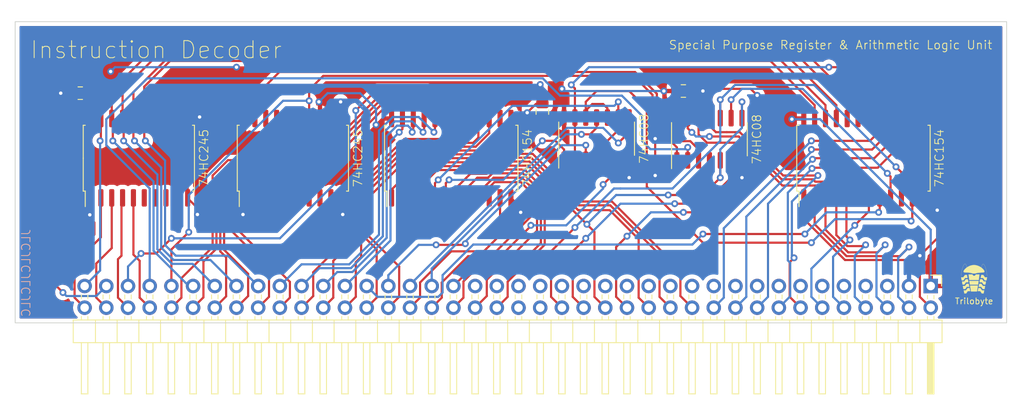
<source format=kicad_pcb>
(kicad_pcb (version 20211014) (generator pcbnew)
  (layers (0 "F.Cu" signal) (31 "B.Cu" signal) (34 "B.Paste" user) (35 "F.Paste" user) (36 "B.SilkS" user "B.Silkscreen") (37 "F.SilkS" user "F.Silkscreen") (38 "B.Mask" user) (39 "F.Mask" user) (44 "Edge.Cuts" user))
  (net 0 "")
  (net 1 "μRD0")
  (net 2 "μRD1")
  (net 3 "μRD2")
  (net 4 "μRD3")
  (net 5 "RD2")
  (net 6 "RD3")
  (net 7 "RD4")
  (net 10 "μWR0")
  (net 11 "μWR1")
  (net 12 "μWR2")
  (net 13 "μWR3")
  (net 16 "WR2")
  (net 17 "WR3")
  (net 21 "GND")
  (net 22 "VCC")
  (net 26 "~{A_IN}")
  (net 27 "~{B_IN}")
  (net 28 "~{SP_DEC}")
  (net 29 "~{SP_INC}")
  (net 30 "~{SP_LOAD}")
  (net 31 "~{RESTORE_FLAGS}")
  (net 32 "~{LD_IR}")
  (net 42 "~{FLAGS_IN}")
  (net 46 "~{PC_OUT}")
  (net 47 "~{SP_OUT}")
  (net 48 "~{FLAGS_OUT}")
  (net 49 "ALU_FUNC_5")
  (net 50 "ALU_FUNC_4")
  (net 51 "ALU_FUNC_3")
  (net 52 "ALU_FUNC_2")
  (net 53 "ALU_FUNC_1")
  (net 54 "ALU_FUNC_0")
  (net 55 "JCC_ADR3")
  (net 56 "JCC_ADR2")
  (net 57 "JCC_ADR1")
  (net 58 "JCC_ADR0")
  (net 59 "~{WR2_12}")
  (net 60 "~{WR2_13}")
  (net 61 "~{WR2_14}")
  (net 62 "~{WR2_15}")
  (net 63 "~{RD4_6}")
  (net 64 "~{RD4_7}")
  (net 65 "~{RD4_8}")
  (net 66 "~{RD4_9}")
  (net 67 "~{RD4_10}")
  (net 68 "~{RD4_11}")
  (net 69 "~{RD4_12}")
  (net 70 "~{RD4_13}")
  (net 71 "~{RD4_14}")
  (net 72 "~{RD4_15}")
  (net 73 "/~{LATCH_FLAGS}")
  (net 74 "~{IO_REQUEST}")
  (net 75 "~{INT_HNDLR_WRITE}")
  (net 76 "~{INT_HNDLR_READ}")
  (net 77 "INT_HNDLR_REG_SEL")
  (net 78 "~{INT_HNDLR_EN}")
  (net 79 "~{IO_MEM_REQUEST}")
  (net 80 "~{IO_WRITE}")
  (net 81 "~{IO_READ}")
  (net 82 "/~{INT_WRITE_PRIORITY}")
  (net 83 "/~{IO_WR_IO}")
  (net 84 "/~{IO_WR_MEM}")
  (net 85 "/~{IO_RD_MEM}")
  (net 86 "/~{IO_RD_IO}")
  (net 87 "Net-(U11-Pad19)")
  (footprint "Package_SO:SOIC-14_3.9x8.7mm_P1.27mm" (layer "F.Cu") (at 308.356 212.917 90)
    (fp_text reference "U3" hide)
    (fp_text value "74HC08")
  )
  (footprint "Package_SO:SOIC-20W_7.5x12.8mm_P1.27mm" (layer "F.Cu") (at 259.588 215.138 90)
    (fp_text reference "U11" hide)
    (fp_text value "74HC245")
  )
  (footprint "Capacitor_SMD:C_0805_2012Metric" (layer "F.Cu") (at 234.696 207.518 180)
    (fp_text reference "C1" hide)
    (fp_text value "C" hide)
  )
  (footprint "Capacitor_SMD:C_0805_2012Metric" (layer "F.Cu") (at 288.798 209.738 90)
    (fp_text reference "C2" hide)
    (fp_text value "C" hide)
  )
  (footprint "Connector_PinHeader_2.54mm:PinHeader_2x40_P2.54mm_Horizontal" (layer "F.Cu") (at 334.264 230.124 -90)
    (fp_text reference "J1" hide)
    (fp_text value "Conn_02x40_Odd_Even" hide)
  )
  (footprint "Package_SO:SOIC-24W_7.5x15.4mm_P1.27mm" (layer "F.Cu") (at 278.13 215.138 90)
    (fp_text reference "U7" hide)
    (fp_text value "74HC154")
  )
  (footprint "Package_SO:SOIC-14_3.9x8.7mm_P1.27mm" (layer "F.Cu") (at 295.148 212.852 90)
    (fp_text reference "U5" hide)
    (fp_text value "74HC08")
  )
  (footprint "Stephenv6:trilobyte-logo-tiny" (layer "F.Cu") (at 339.334 223.396558)
    (fp_text reference "REF**" hide)
    (fp_text value "trilobyte-logo-tiny" hide)
  )
  (footprint "Package_SO:SOIC-24W_7.5x15.4mm_P1.27mm" (layer "F.Cu") (at 326.39 215.138 90)
    (fp_text reference "U2" hide)
    (fp_text value "74HC154")
  )
  (footprint "Capacitor_SMD:C_0805_2012Metric" (layer "F.Cu") (at 305.308 207.264)
    (fp_text reference "C3" hide)
    (fp_text value "C" hide)
  )
  (footprint "Package_SO:SOIC-20W_7.5x12.8mm_P1.27mm" (layer "F.Cu") (at 241.554 215.138 90)
    (fp_text reference "U12" hide)
    (fp_text value "74HC245")
  )
  (gr_rect (start 343.154 234.442) (end 227.076 199.136) (layer "Edge.Cuts") (width 0.1) (fill none))
  (gr_text "JLCJLCJLCJLC" (at 228.346 228.6 90) (layer "B.SilkS") (effects (font (size 1 1) (thickness 0.1)) (justify mirror)))
  (gr_text "Special Purpose Register & Arithmetic Logic Unit" (at 322.54 201.87) (layer "F.SilkS") (effects (font (size 1 1) (thickness 0.1))))
  (gr_text "Trilobyte" (at 339.344 231.902) (layer "F.SilkS") (effects (font (size 0.7 0.7) (thickness 0.1))))
  (gr_text "Instruction Decoder" (at 243.586 202.438) (layer "F.SilkS") (effects (font (size 2 2) (thickness 0.1))))
  (segment (start 270.492802 209.042) (end 272.034 209.042) (width 0.25) (layer "F.Cu") (net 1))
  (segment (start 272.415 210.488) (end 272.415 211.717598) (width 0.25) (layer "F.Cu") (net 1))
  (segment (start 265.920802 213.614) (end 270.492802 209.042) (width 0.25) (layer "F.Cu") (net 1))
  (segment (start 256.413 210.488) (end 256.413 211.963) (width 0.25) (layer "F.Cu") (net 1))
  (segment (start 272.415 211.717598) (end 272.038299 212.094299) (width 0.25) (layer "F.Cu") (net 1))
  (segment (start 272.415 209.423) (end 272.415 210.488) (width 0.25) (layer "F.Cu") (net 1))
  (segment (start 256.413 211.963) (end 258.064 213.614) (width 0.25) (layer "F.Cu") (net 1))
  (segment (start 272.034 209.042) (end 272.415 209.423) (width 0.25) (layer "F.Cu") (net 1))
  (segment (start 258.064 213.614) (end 265.920802 213.614) (width 0.25) (layer "F.Cu") (net 1))
  (via (at 272.038299 212.094299) (size 0.8) (drill 0.4) (layers "F.Cu" "B.Cu") (net 1))
  (segment (start 271.018 213.114598) (end 272.038299 212.094299) (width 0.25) (layer "B.Cu") (net 1))
  (segment (start 265.684 230.124) (end 271.018 224.79) (width 0.25) (layer "B.Cu") (net 1))
  (segment (start 271.018 224.79) (end 271.018 213.114598) (width 0.25) (layer "B.Cu") (net 1))
  (segment (start 257.683 211.963) (end 257.683 210.488) (width 0.25) (layer "F.Cu") (net 2))
  (segment (start 265.635519 213.164489) (end 258.884489 213.164489) (width 0.25) (layer "F.Cu") (net 2))
  (segment (start 273.050002 208.534002) (end 270.266006 208.534002) (width 0.25) (layer "F.Cu") (net 2))
  (segment (start 273.685 210.488) (end 273.685 209.169) (width 0.25) (layer "F.Cu") (net 2))
  (segment (start 273.685 211.963) (end 273.558 212.09) (width 0.25) (layer "F.Cu") (net 2))
  (segment (start 273.685 210.488) (end 273.685 211.963) (width 0.25) (layer "F.Cu") (net 2))
  (segment (start 258.884489 213.164489) (end 257.683 211.963) (width 0.25) (layer "F.Cu") (net 2))
  (segment (start 273.685 209.169) (end 273.050002 208.534002) (width 0.25) (layer "F.Cu") (net 2))
  (segment (start 270.266006 208.534002) (end 265.635519 213.164489) (width 0.25) (layer "F.Cu") (net 2))
  (via (at 273.558 212.09) (size 0.8) (drill 0.4) (layers "F.Cu" "B.Cu") (net 2))
  (segment (start 273.558 211.836) (end 273.05 211.328) (width 0.25) (layer "B.Cu") (net 2))
  (segment (start 271.78 211.328) (end 270.568489 212.539511) (width 0.25) (layer "B.Cu") (net 2))
  (segment (start 264.784979 228.483021) (end 263.144 230.124) (width 0.25) (layer "B.Cu") (net 2))
  (segment (start 270.568489 212.539511) (end 270.568489 224.478919) (width 0.25) (layer "B.Cu") (net 2))
  (segment (start 266.564387 228.483021) (end 264.784979 228.483021) (width 0.25) (layer "B.Cu") (net 2))
  (segment (start 273.558 212.09) (end 273.558 211.836) (width 0.25) (layer "B.Cu") (net 2))
  (segment (start 270.568489 224.478919) (end 266.564387 228.483021) (width 0.25) (layer "B.Cu") (net 2))
  (segment (start 273.05 211.328) (end 271.78 211.328) (width 0.25) (layer "B.Cu") (net 2))
  (segment (start 274.955 210.488) (end 274.955 209.423) (width 0.25) (layer "F.Cu") (net 3))
  (segment (start 270.079813 208.084491) (end 265.449326 212.714978) (width 0.25) (layer "F.Cu") (net 3))
  (segment (start 274.955 209.423) (end 273.616491 208.084491) (width 0.25) (layer "F.Cu") (net 3))
  (segment (start 265.449326 212.714978) (end 259.958978 212.714978) (width 0.25) (layer "F.Cu") (net 3))
  (segment (start 274.828 212.09) (end 274.955 211.963) (width 0.25) (layer "F.Cu") (net 3))
  (segment (start 259.958978 212.714978) (end 258.953 211.709) (width 0.25) (layer "F.Cu") (net 3))
  (segment (start 273.616491 208.084491) (end 270.079813 208.084491) (width 0.25) (layer "F.Cu") (net 3))
  (segment (start 274.955 211.963) (end 274.955 210.488) (width 0.25) (layer "F.Cu") (net 3))
  (segment (start 258.953 211.709) (end 258.953 210.488) (width 0.25) (layer "F.Cu") (net 3))
  (via (at 274.828 212.09) (size 0.8) (drill 0.4) (layers "F.Cu" "B.Cu") (net 3))
  (segment (start 271.526 210.82) (end 273.558 210.82) (width 0.25) (layer "B.Cu") (net 3))
  (segment (start 262.69449 228.03351) (end 266.378194 228.03351) (width 0.25) (layer "B.Cu") (net 3))
  (segment (start 260.604 230.124) (end 262.69449 228.03351) (width 0.25) (layer "B.Cu") (net 3))
  (segment (start 273.558 210.82) (end 274.828 212.09) (width 0.25) (layer "B.Cu") (net 3))
  (segment (start 270.118978 224.292726) (end 270.118978 212.227022) (width 0.25) (layer "B.Cu") (net 3))
  (segment (start 270.118978 212.227022) (end 271.526 210.82) (width 0.25) (layer "B.Cu") (net 3))
  (segment (start 266.378194 228.03351) (end 270.118978 224.292726) (width 0.25) (layer "B.Cu") (net 3))
  (segment (start 276.225 211.963) (end 276.098 212.09) (width 0.25) (layer "F.Cu") (net 4))
  (segment (start 274.69098 207.63498) (end 269.89362 207.63498) (width 0.25) (layer "F.Cu") (net 4))
  (segment (start 265.263133 212.265467) (end 260.779467 212.265467) (width 0.25) (layer "F.Cu") (net 4))
  (segment (start 276.225 209.169) (end 274.69098 207.63498) (width 0.25) (layer "F.Cu") (net 4))
  (segment (start 260.779467 212.265467) (end 260.223 211.709) (width 0.25) (layer "F.Cu") (net 4))
  (segment (start 276.225 210.488) (end 276.225 211.963) (width 0.25) (layer "F.Cu") (net 4))
  (segment (start 276.225 210.488) (end 276.225 209.169) (width 0.25) (layer "F.Cu") (net 4))
  (segment (start 260.223 211.709) (end 260.223 210.488) (width 0.25) (layer "F.Cu") (net 4))
  (segment (start 269.89362 207.63498) (end 265.263133 212.265467) (width 0.25) (layer "F.Cu") (net 4))
  (via (at 276.098 212.09) (size 0.8) (drill 0.4) (layers "F.Cu" "B.Cu") (net 4))
  (segment (start 260.604 227.584) (end 258.064 230.124) (width 0.25) (layer "B.Cu") (net 4))
  (segment (start 269.669467 211.914533) (end 269.669467 224.106533) (width 0.25) (layer "B.Cu") (net 4))
  (segment (start 274.32 210.312) (end 271.272 210.312) (width 0.25) (layer "B.Cu") (net 4))
  (segment (start 271.272 210.312) (end 269.669467 211.914533) (width 0.25) (layer "B.Cu") (net 4))
  (segment (start 276.098 212.09) (end 274.32 210.312) (width 0.25) (layer "B.Cu") (net 4))
  (segment (start 269.669467 224.106533) (end 266.192 227.584) (width 0.25) (layer "B.Cu") (net 4))
  (segment (start 266.192 227.584) (end 260.604 227.584) (width 0.25) (layer "B.Cu") (net 4))
  (segment (start 263.144 205.486) (end 299.466 205.486) (width 0.25) (layer "F.Cu") (net 5))
  (segment (start 301.693511 211.015511) (end 304.546 213.868) (width 0.25) (layer "F.Cu") (net 5))
  (segment (start 245.364 230.124) (end 245.364 225.8435) (width 0.25) (layer "F.Cu") (net 5))
  (segment (start 301.693511 207.713511) (end 301.693511 211.015511) (width 0.25) (layer "F.Cu") (net 5))
  (segment (start 261.493 210.488) (end 261.493 208.407) (width 0.25) (layer "F.Cu") (net 5))
  (segment (start 261.493 208.407) (end 261.493 207.137) (width 0.25) (layer "F.Cu") (net 5))
  (segment (start 304.546 213.868) (end 304.546 215.392) (width 0.25) (layer "F.Cu") (net 5))
  (segment (start 299.466 205.486) (end 301.693511 207.713511) (width 0.25) (layer "F.Cu") (net 5))
  (segment (start 261.493 207.137) (end 263.144 205.486) (width 0.25) (layer "F.Cu") (net 5))
  (segment (start 245.364 225.8435) (end 247.396 223.8115) (width 0.25) (layer "F.Cu") (net 5))
  (via (at 247.396 223.8115) (size 0.8) (drill 0.4) (layers "F.Cu" "B.Cu") (net 5))
  (via (at 261.493 208.407) (size 0.8) (drill 0.4) (layers "F.Cu" "B.Cu") (net 5))
  (segment (start 258.445 208.407) (end 247.396 219.456) (width 0.25) (layer "B.Cu") (net 5))
  (segment (start 247.396 219.456) (end 247.396 223.8115) (width 0.25) (layer "B.Cu") (net 5))
  (segment (start 261.493 208.407) (end 258.445 208.407) (width 0.25) (layer "B.Cu") (net 5))
  (segment (start 305.816 213.868) (end 305.816 215.392) (width 0.25) (layer "F.Cu") (net 6))
  (via (at 305.816 213.868) (size 0.8) (drill 0.4) (layers "F.Cu" "B.Cu") (net 6))
  (segment (start 300.482 213.123212) (end 301.447597 214.088809) (width 0.25) (layer "B.Cu") (net 6))
  (segment (start 289.268501 206.219101) (end 290.858899 207.809499) (width 0.25) (layer "B.Cu") (net 6))
  (segment (start 242.824 230.124) (end 242.824 218.694) (width 0.25) (layer "B.Cu") (net 6))
  (segment (start 289.268501 206.201901) (end 289.268501 206.219101) (width 0.25) (layer "B.Cu") (net 6))
  (segment (start 298.105795 207.809499) (end 300.482 210.185704) (width 0.25) (layer "B.Cu") (net 6))
  (segment (start 288.844099 205.777499) (end 289.268501 206.201901) (width 0.25) (layer "B.Cu") (net 6))
  (segment (start 237.744 213.614) (end 237.744 210.566) (width 0.25) (layer "B.Cu") (net 6))
  (segment (start 301.447597 214.088809) (end 305.595191 214.088809) (width 0.25) (layer "B.Cu") (net 6))
  (segment (start 290.858899 207.809499) (end 298.105795 207.809499) (width 0.25) (layer "B.Cu") (net 6))
  (segment (start 300.482 210.185704) (end 300.482 213.123212) (width 0.25) (layer "B.Cu") (net 6))
  (segment (start 237.744 210.566) (end 242.532501 205.777499) (width 0.25) (layer "B.Cu") (net 6))
  (segment (start 305.595191 214.088809) (end 305.816 213.868) (width 0.25) (layer "B.Cu") (net 6))
  (segment (start 242.532501 205.777499) (end 288.844099 205.777499) (width 0.25) (layer "B.Cu") (net 6))
  (segment (start 242.824 218.694) (end 237.744 213.614) (width 0.25) (layer "B.Cu") (net 6))
  (segment (start 243.590299 226.309701) (end 241.812299 226.309701) (width 0.25) (layer "F.Cu") (net 7))
  (segment (start 278.765 210.488) (end 277.495 210.488) (width 0.25) (layer "F.Cu") (net 7))
  (segment (start 275.336 207.01) (end 269.494 207.01) (width 0.25) (layer "F.Cu") (net 7))
  (segment (start 277.495 209.169) (end 275.336 207.01) (width 0.25) (layer "F.Cu") (net 7))
  (segment (start 269.494 207.01) (end 266.949701 209.554299) (width 0.25) (layer "F.Cu") (net 7))
  (segment (start 245.364 224.536) (end 243.590299 226.309701) (width 0.25) (layer "F.Cu") (net 7))
  (segment (start 277.495 210.488) (end 277.495 209.169) (width 0.25) (layer "F.Cu") (net 7))
  (via (at 241.812299 226.309701) (size 0.8) (drill 0.4) (layers "F.Cu" "B.Cu") (net 7))
  (via (at 245.364 224.536) (size 0.8) (drill 0.4) (layers "F.Cu" "B.Cu") (net 7))
  (via (at 266.949701 209.554299) (size 0.8) (drill 0.4) (layers "F.Cu" "B.Cu") (net 7))
  (segment (start 258.064 224.536) (end 266.949701 215.650299) (width 0.25) (layer "B.Cu") (net 7))
  (segment (start 240.284 227.838) (end 241.812299 226.309701) (width 0.25) (layer "B.Cu") (net 7))
  (segment (start 240.284 230.124) (end 240.284 227.838) (width 0.25) (layer "B.Cu") (net 7))
  (segment (start 266.949701 215.650299) (end 266.949701 209.554299) (width 0.25) (layer "B.Cu") (net 7))
  (segment (start 245.364 224.536) (end 258.064 224.536) (width 0.25) (layer "B.Cu") (net 7))
  (segment (start 245.200205 203.745499) (end 242.189 206.756704) (width 0.25) (layer "F.Cu") (net 10))
  (segment (start 242.189 210.488) (end 242.189 212.979) (width 0.25) (layer "F.Cu") (net 10))
  (segment (start 242.189 212.979) (end 242.316 213.106) (width 0.25) (layer "F.Cu") (net 10))
  (segment (start 320.675 210.488) (end 320.675 208.915) (width 0.25) (layer "F.Cu") (net 10))
  (segment (start 242.189 206.756704) (end 242.189 210.488) (width 0.25) (layer "F.Cu") (net 10))
  (segment (start 320.675 208.915) (end 315.505499 203.745499) (width 0.25) (layer "F.Cu") (net 10))
  (segment (start 315.505499 203.745499) (end 245.200205 203.745499) (width 0.25) (layer "F.Cu") (net 10))
  (via (at 242.316 213.106) (size 0.8) (drill 0.4) (layers "F.Cu" "B.Cu") (net 10))
  (segment (start 251.968 226.568) (end 255.524 230.124) (width 0.25) (layer "B.Cu") (net 10))
  (segment (start 242.316 213.106) (end 244.622043 215.412043) (width 0.25) (layer "B.Cu") (net 10))
  (segment (start 244.622043 225.318043) (end 245.872 226.568) (width 0.25) (layer "B.Cu") (net 10))
  (segment (start 245.872 226.568) (end 251.968 226.568) (width 0.25) (layer "B.Cu") (net 10))
  (segment (start 244.622043 215.412043) (end 244.622043 225.318043) (width 0.25) (layer "B.Cu") (net 10))
  (segment (start 240.919 210.488) (end 240.919 212.979) (width 0.25) (layer "F.Cu") (net 11))
  (segment (start 316.325988 203.295988) (end 321.945 208.915) (width 0.25) (layer "F.Cu") (net 11))
  (segment (start 240.919 212.979) (end 241.046 213.106) (width 0.25) (layer "F.Cu") (net 11))
  (segment (start 240.919 207.391) (end 245.014012 203.295988) (width 0.25) (layer "F.Cu") (net 11))
  (segment (start 240.919 210.488) (end 240.919 207.391) (width 0.25) (layer "F.Cu") (net 11))
  (segment (start 321.945 208.915) (end 321.945 210.488) (width 0.25) (layer "F.Cu") (net 11))
  (segment (start 245.014012 203.295988) (end 316.325988 203.295988) (width 0.25) (layer "F.Cu") (net 11))
  (via (at 241.046 213.106) (size 0.8) (drill 0.4) (layers "F.Cu" "B.Cu") (net 11))
  (segment (start 244.172533 216.232533) (end 244.172533 225.620525) (width 0.25) (layer "B.Cu") (net 11))
  (segment (start 241.046 213.106) (end 244.172533 216.232533) (width 0.25) (layer "B.Cu") (net 11))
  (segment (start 245.628008 227.076) (end 249.936 227.076) (width 0.25) (layer "B.Cu") (net 11))
  (segment (start 249.936 227.076) (end 252.984 230.124) (width 0.25) (layer "B.Cu") (net 11))
  (segment (start 244.172533 225.620525) (end 245.628008 227.076) (width 0.25) (layer "B.Cu") (net 11))
  (segment (start 239.649 210.488) (end 239.776 210.615) (width 0.25) (layer "F.Cu") (net 12))
  (segment (start 323.215 208.915) (end 317.146478 202.846478) (width 0.25) (layer "F.Cu") (net 12))
  (segment (start 239.776 210.615) (end 239.776 213.106) (width 0.25) (layer "F.Cu") (net 12))
  (segment (start 317.146478 202.846478) (end 243.939522 202.846478) (width 0.25) (layer "F.Cu") (net 12))
  (segment (start 243.939522 202.846478) (end 239.649 207.137) (width 0.25) (layer "F.Cu") (net 12))
  (segment (start 323.215 210.488) (end 323.215 208.915) (width 0.25) (layer "F.Cu") (net 12))
  (segment (start 239.649 207.137) (end 239.649 210.488) (width 0.25) (layer "F.Cu") (net 12))
  (via (at 239.776 213.106) (size 0.8) (drill 0.4) (layers "F.Cu" "B.Cu") (net 12))
  (segment (start 239.776 213.106) (end 243.723022 217.053022) (width 0.25) (layer "B.Cu") (net 12))
  (segment (start 243.723022 217.053022) (end 243.723022 225.806718) (width 0.25) (layer "B.Cu") (net 12))
  (segment (start 243.723022 225.806718) (end 245.441815 227.525511) (width 0.25) (layer "B.Cu") (net 12))
  (segment (start 245.441815 227.525511) (end 247.845511 227.525511) (width 0.25) (layer "B.Cu") (net 12))
  (segment (start 247.845511 227.525511) (end 250.444 230.124) (width 0.25) (layer "B.Cu") (net 12))
  (segment (start 324.485 210.488) (end 324.485 208.915) (width 0.25) (layer "F.Cu") (net 13))
  (segment (start 324.485 208.915) (end 317.966968 202.396968) (width 0.25) (layer "F.Cu") (net 13))
  (segment (start 238.506 213.106) (end 238.506 210.615) (width 0.25) (layer "F.Cu") (net 13))
  (segment (start 243.18218 202.396968) (end 238.379 207.200148) (width 0.25) (layer "F.Cu") (net 13))
  (segment (start 238.379 207.200148) (end 238.379 210.488) (width 0.25) (layer "F.Cu") (net 13))
  (segment (start 317.966968 202.396968) (end 243.18218 202.396968) (width 0.25) (layer "F.Cu") (net 13))
  (segment (start 238.506 210.615) (end 238.379 210.488) (width 0.25) (layer "F.Cu") (net 13))
  (via (at 238.506 213.106) (size 0.8) (drill 0.4) (layers "F.Cu" "B.Cu") (net 13))
  (segment (start 247.904 230.124) (end 247.4046 230.124) (width 0.25) (layer "B.Cu") (net 13))
  (segment (start 243.273511 217.873511) (end 238.506 213.106) (width 0.25) (layer "B.Cu") (net 13))
  (segment (start 247.4046 230.124) (end 243.273511 225.992911) (width 0.25) (layer "B.Cu") (net 13))
  (segment (start 243.273511 225.992911) (end 243.273511 217.873511) (width 0.25) (layer "B.Cu") (net 13))
  (segment (start 230.886 229.108) (end 232.664 230.886) (width 0.25) (layer "F.Cu") (net 16))
  (segment (start 325.755 208.915) (end 318.787458 201.947458) (width 0.25) (layer "F.Cu") (net 16))
  (segment (start 325.755 210.488) (end 325.755 208.915) (width 0.25) (layer "F.Cu") (net 16))
  (segment (start 327.025 210.488) (end 325.755 210.488) (width 0.25) (layer "F.Cu") (net 16))
  (segment (start 318.787458 201.947458) (end 235.440542 201.947458) (width 0.25) (layer "F.Cu") (net 16))
  (segment (start 235.440542 201.947458) (end 230.886 206.502) (width 0.25) (layer "F.Cu") (net 16))
  (segment (start 230.886 206.502) (end 230.886 229.108) (width 0.25) (layer "F.Cu") (net 16))
  (via (at 232.664 230.886) (size 0.8) (drill 0.4) (layers "F.Cu" "B.Cu") (net 16))
  (segment (start 236.569489 231.298511) (end 233.076511 231.298511) (width 0.25) (layer "B.Cu") (net 16))
  (segment (start 233.076511 231.298511) (end 232.664 230.886) (width 0.25) (layer "B.Cu") (net 16))
  (segment (start 237.744 230.124) (end 236.569489 231.298511) (width 0.25) (layer "B.Cu") (net 16))
  (segment (start 237.109 210.488) (end 237.109 213.012201) (width 0.25) (layer "F.Cu") (net 17))
  (segment (start 237.109 213.012201) (end 237.0195 213.101701) (width 0.25) (layer "F.Cu") (net 17))
  (via (at 237.0195 213.101701) (size 0.8) (drill 0.4) (layers "F.Cu" "B.Cu") (net 17))
  (segment (start 237.0195 228.3085) (end 237.0195 213.101701) (width 0.25) (layer "B.Cu") (net 17))
  (segment (start 235.204 230.124) (end 237.0195 228.3085) (width 0.25) (layer "B.Cu") (net 17))
  (segment (start 288.798 206.756) (end 288.544 206.502) (width 0.25) (layer "F.Cu") (net 21))
  (segment (start 313.944 207.772) (end 313.182 207.01) (width 0.25) (layer "F.Cu") (net 21))
  (segment (start 302.006 217.17) (end 302.006 212.852) (width 0.25) (layer "F.Cu") (net 21))
  (segment (start 333.375 219.788) (end 334.821 221.234) (width 0.25) (layer "F.Cu") (net 21))
  (segment (start 307.848 207.01) (end 307.594 207.264) (width 0.25) (layer "F.Cu") (net 21))
  (segment (start 335.026 221.234) (end 335.026 224.536) (width 0.25) (layer "F.Cu") (net 21))
  (segment (start 247.269 210.488) (end 248.49 210.488) (width 0.25) (layer "F.Cu") (net 21))
  (segment (start 265.303 221.615) (end 265.425701 221.737701) (width 0.25) (layer "F.Cu") (net 21))
  (segment (start 265.303 219.788) (end 265.303 221.615) (width 0.25) (layer "F.Cu") (net 21))
  (segment (start 313.182 207.01) (end 307.848 207.01) (width 0.25) (layer "F.Cu") (net 21))
  (segment (start 248.412 220.98) (end 248.412 221.74) (width 0.25) (layer "F.Cu") (net 21))
  (segment (start 288.798 208.788) (end 288.036 208.788) (width 0.25) (layer "F.Cu") (net 21))
  (segment (start 247.269 219.788) (end 247.269 219.837) (width 0.25) (layer "F.Cu") (net 21))
  (segment (start 253.873 219.788) (end 253.873 221.615) (width 0.25) (layer "F.Cu") (net 21))
  (segment (start 265.303 208.661) (end 265.176 208.534) (width 0.25) (layer "F.Cu") (net 21))
  (segment (start 285.115 219.788) (end 286.258 220.931) (width 0.25) (layer "F.Cu") (net 21))
  (segment (start 235.839 219.788) (end 235.839 221.751) (width 0.25) (layer "F.Cu") (net 21))
  (segment (start 306.258 207.264) (end 307.594 207.264) (width 0.25) (layer "F.Cu") (net 21))
  (segment (start 233.746 207.518) (end 232.41 207.518) (width 0.25) (layer "F.Cu") (net 21))
  (segment (start 265.303 210.488) (end 264.033 210.488) (width 0.25) (layer "F.Cu") (net 21))
  (segment (start 298.958 215.327) (end 298.958 217.424) (width 0.25) (layer "F.Cu") (net 21))
  (segment (start 248.49 210.488) (end 248.666 210.312) (width 0.25) (layer "F.Cu") (net 21))
  (segment (start 335.026 224.536) (end 332.994 226.568) (width 0.25) (layer "F.Cu") (net 21))
  (segment (start 288.036 208.788) (end 287.02 209.804) (width 0.25) (layer "F.Cu") (net 21))
  (segment (start 265.303 210.488) (end 265.303 208.661) (width 0.25) (layer "F.Cu") (net 21))
  (segment (start 247.269 219.788) (end 247.269 210.488) (width 0.25) (layer "F.Cu") (net 21))
  (segment (start 334.821 221.234) (end 335.026 221.234) (width 0.25) (layer "F.Cu") (net 21))
  (segment (start 286.258 220.931) (end 286.258 221.488) (width 0.25) (layer "F.Cu") (net 21))
  (segment (start 235.839 221.751) (end 235.81 221.78) (width 0.25) (layer "F.Cu") (net 21))
  (segment (start 312.166 215.392) (end 312.166 217.424) (width 0.25) (layer "F.Cu") (net 21))
  (segment (start 288.798 208.788) (end 288.798 206.756) (width 0.25) (layer "F.Cu") (net 21))
  (segment (start 253.873 221.615) (end 253.746 221.742) (width 0.25) (layer "F.Cu") (net 21))
  (segment (start 243.459 210.488) (end 247.269 210.488) (width 0.25) (layer "F.Cu") (net 21))
  (segment (start 247.269 219.837) (end 248.412 220.98) (width 0.25) (layer "F.Cu") (net 21))
  (via (at 307.594 207.264) (size 0.8) (drill 0.4) (layers "F.Cu" "B.Cu") (net 21))
  (via (at 332.994 226.568) (size 0.8) (drill 0.4) (layers "F.Cu" "B.Cu") (net 21))
  (via (at 298.958 217.424) (size 0.8) (drill 0.4) (layers "F.Cu" "B.Cu") (net 21))
  (via (at 312.166 217.424) (size 0.8) (drill 0.4) (layers "F.Cu" "B.Cu") (net 21))
  (via (at 248.666 210.312) (size 0.8) (drill 0.4) (layers "F.Cu" "B.Cu") (net 21))
  (via (at 248.412 221.74) (size 0.8) (drill 0.4) (layers "F.Cu" "B.Cu") (net 21))
  (via (at 286.258 221.488) (size 0.8) (drill 0.4) (layers "F.Cu" "B.Cu") (net 21))
  (via (at 265.425701 221.737701) (size 0.8) (drill 0.4) (layers "F.Cu" "B.Cu") (net 21))
  (via (at 288.544 206.502) (size 0.8) (drill 0.4) (layers "F.Cu" "B.Cu") (net 21))
  (via (at 302.006 217.17) (size 0.8) (drill 0.4) (layers "F.Cu" "B.Cu") (net 21))
  (via (at 232.41 207.518) (size 0.8) (drill 0.4) (layers "F.Cu" "B.Cu") (net 21))
  (via (at 302.006 212.852) (size 0.8) (drill 0.4) (layers "F.Cu" "B.Cu") (net 21))
  (via (at 313.944 207.772) (size 0.8) (drill 0.4) (layers "F.Cu" "B.Cu") (net 21))
  (via (at 265.176 208.534) (size 0.8) (drill 0.4) (layers "F.Cu" "B.Cu") (net 21))
  (via (at 335.026 221.234) (size 0.8) (drill 0.4) (layers "F.Cu" "B.Cu") (net 21))
  (via (at 235.81 221.78) (size 0.8) (drill 0.4) (layers "F.Cu" "B.Cu") (net 21))
  (via (at 253.746 221.742) (size 0.8) (drill 0.4) (layers "F.Cu" "B.Cu") (net 21))
  (via (at 287.02 209.804) (size 0.8) (drill 0.4) (layers "F.Cu" "B.Cu") (net 21))
  (segment (start 268.478 210.058) (end 268.478 218.685402) (width 0.25) (layer "B.Cu") (net 21))
  (segment (start 312.928 212.344) (end 313.944 211.328) (width 0.25) (layer "B.Cu") (net 21))
  (segment (start 301.752 217.424) (end 298.958 217.424) (width 0.25) (layer "B.Cu") (net 21))
  (segment (start 313.944 211.328) (end 313.944 207.772) (width 0.25) (layer "B.Cu") (net 21))
  (segment (start 312.166 213.106) (end 312.928 212.344) (width 0.25) (layer "B.Cu") (net 21))
  (segment (start 331.724 230.124) (end 331.724 227.838) (width 0.25) (layer "B.Cu") (net 21))
  (segment (start 307.594 207.264) (end 302.006 212.852) (width 0.25) (layer "B.Cu") (net 21))
  (segment (start 265.176 208.534) (end 266.954 208.534) (width 0.25) (layer "B.Cu") (net 21))
  (segment (start 312.166 213.868) (end 312.166 213.106) (width 0.25) (layer "B.Cu") (net 21))
  (segment (start 302.006 217.17) (end 301.752 217.424) (width 0.25) (layer "B.Cu") (net 21))
  (segment (start 268.478 218.685402) (end 265.425701 221.737701) (width 0.25) (layer "B.Cu") (net 21))
  (segment (start 312.166 217.424) (end 312.166 213.868) (width 0.25) (layer "B.Cu") (net 21))
  (segment (start 331.724 227.838) (end 332.994 226.568) (width 0.25) (layer "B.Cu") (net 21))
  (segment (start 266.954 208.534) (end 268.478 210.058) (width 0.25) (layer "B.Cu") (net 21))
  (segment (start 304.358 207.264) (end 303.022 207.264) (width 0.25) (layer "F.Cu") (net 22))
  (segment (start 235.839 210.488) (end 235.839 207.711) (width 0.25) (layer "F.Cu") (net 22))
  (segment (start 253.873 210.488) (end 253.873 205.359) (width 0.25) (layer "F.Cu") (net 22))
  (segment (start 288.798 210.688) (end 286.634 210.688) (width 0.25) (layer "F.Cu") (net 22))
  (segment (start 290.322 207.772) (end 290.322 209.296) (width 0.25) (layer "F.Cu") (net 22))
  (segment (start 288.93 210.688) (end 288.798 210.688) (width 0.25) (layer "F.Cu") (net 22))
  (segment (start 291.027 210.688) (end 291.338 210.377) (width 0.25) (layer "F.Cu") (net 22))
  (segment (start 291.084 207.01) (end 290.322 207.772) (width 0.25) (layer "F.Cu") (net 22))
  (segment (start 319.405 210.488) (end 319.327 210.566) (width 0.25) (layer "F.Cu") (net 22))
  (segment (start 235.646 207.518) (end 235.966 207.518) (width 0.25) (layer "F.Cu") (net 22))
  (segment (start 286.258 210.312) (end 286.258 208.28) (width 0.25) (layer "F.Cu") (net 22))
  (segment (start 262.763 210.488) (end 262.763 208.661) (width 0.25) (layer "F.Cu") (net 22))
  (segment (start 253.873 205.359) (end 253.746 205.232) (width 0.25) (layer "F.Cu") (net 22))
  (segment (start 290.322 209.296) (end 288.93 210.688) (width 0.25) (layer "F.Cu") (net 22))
  (segment (start 304.358 210.254) (end 304.358 207.264) (width 0.25) (layer "F.Cu") (net 22))
  (segment (start 270.071402 210.488) (end 269.327698 211.231704) (width 0.25) (layer "F.Cu") (net 22))
  (segment (start 304.546 210.442) (end 304.358 210.254) (width 0.25) (layer "F.Cu") (net 22))
  (segment (start 319.327 210.566) (end 318.008 210.566) (width 0.25) (layer "F.Cu") (net 22))
  (segment (start 271.145 210.488) (end 270.071402 210.488) (width 0.25) (layer "F.Cu") (net 22))
  (segment (start 288.798 210.688) (end 291.027 210.688) (width 0.25) (layer "F.Cu") (net 22))
  (segment (start 235.839 207.711) (end 235.646 207.518) (width 0.25) (layer "F.Cu") (net 22))
  (segment (start 262.763 208.661) (end 262.636 208.534) (width 0.25) (layer "F.Cu") (net 22))
  (segment (start 286.634 210.688) (end 286.258 210.312) (width 0.25) (layer "F.Cu") (net 22))
  (segment (start 253.746 205.232) (end 252.984 204.47) (width 0.25) (layer "F.Cu") (net 22))
  (via (at 291.084 207.01) (size 0.8) (drill 0.4) (layers "F.Cu" "B.Cu") (net 22))
  (via (at 238.252 204.978) (size 0.8) (drill 0.4) (layers "F.Cu" "B.Cu") (net 22))
  (via (at 252.984 204.47) (size 0.8) (drill 0.4) (layers "F.Cu" "B.Cu") (net 22))
  (via (at 262.636 208.534) (size 0.8) (drill 0.4) (layers "F.Cu" "B.Cu") (net 22))
  (via (at 303.022 207.264) (size 0.8) (drill 0.4) (layers "F.Cu" "B.Cu") (net 22))
  (via (at 318.008 210.566) (size 0.8) (drill 0.4) (layers "F.Cu" "B.Cu") (net 22))
  (via (at 269.327698 211.231704) (size 0.8) (drill 0.4) (layers "F.Cu" "B.Cu") (net 22))
  (segment (start 303.022 207.264) (end 291.338 207.264) (width 0.25) (layer "B.Cu") (net 22))
  (segment (start 252.984 204.47) (end 238.76 204.47) (width 0.25) (layer "B.Cu") (net 22))
  (segment (start 318.008 210.566) (end 321.31 210.566) (width 0.25) (layer "B.Cu") (net 22))
  (segment (start 269.327698 209.383698) (end 267.462 207.518) (width 0.25) (layer "B.Cu") (net 22))
  (segment (start 263.652 207.518) (end 262.636 208.534) (width 0.25) (layer "B.Cu") (net 22))
  (segment (start 267.462 207.518) (end 263.652 207.518) (width 0.25) (layer "B.Cu") (net 22))
  (segment (start 334.264 223.52) (end 334.264 230.124) (width 0.25) (layer "B.Cu") (net 22))
  (segment (start 291.338 207.264) (end 291.084 207.01) (width 0.25) (layer "B.Cu") (net 22))
  (segment (start 269.327698 211.231704) (end 269.327698 209.383698) (width 0.25) (layer "B.Cu") (net 22))
  (segment (start 238.76 204.47) (end 238.252 204.978) (width 0.25) (layer "B.Cu") (net 22))
  (segment (start 321.31 210.566) (end 334.264 223.52) (width 0.25) (layer "B.Cu") (net 22))
  (segment (start 319.405 222.255084) (end 319.405 219.788) (width 0.25) (layer "F.Cu") (net 26))
  (segment (start 332.994 227.838) (end 332.232 227.076) (width 0.25) (layer "F.Cu") (net 26))
  (segment (start 332.232 227.076) (end 324.225916 227.076) (width 0.25) (layer "F.Cu") (net 26))
  (segment (start 324.225916 227.076) (end 319.405 222.255084) (width 0.25) (layer "F.Cu") (net 26))
  (segment (start 334.264 232.664) (end 332.994 231.394) (width 0.25) (layer "F.Cu") (net 26))
  (segment (start 332.994 231.394) (end 332.994 227.838) (width 0.25) (layer "F.Cu") (net 26))
  (segment (start 320.675 219.788) (end 320.675 222.886408) (width 0.25) (layer "F.Cu") (net 27))
  (segment (start 324.4122 226.626489) (end 330.649511 226.626489) (width 0.25) (layer "F.Cu") (net 27))
  (segment (start 320.675 222.886408) (end 323.180409 225.391816) (width 0.25) (layer "F.Cu") (net 27))
  (segment (start 323.180409 225.391816) (end 323.180409 225.394698) (width 0.25) (layer "F.Cu") (net 27))
  (segment (start 323.180409 225.394698) (end 324.4122 226.626489) (width 0.25) (layer "F.Cu") (net 27))
  (segment (start 330.649511 226.626489) (end 331.724 225.552) (width 0.25) (layer "F.Cu") (net 27))
  (via (at 331.724 225.552) (size 0.8) (drill 0.4) (layers "F.Cu" "B.Cu") (net 27))
  (segment (start 330.454 231.394) (end 331.724 232.664) (width 0.25) (layer "B.Cu") (net 27))
  (segment (start 331.724 225.552) (end 330.454 226.822) (width 0.25) (layer "B.Cu") (net 27))
  (segment (start 330.454 226.822) (end 330.454 231.394) (width 0.25) (layer "B.Cu") (net 27))
  (segment (start 328.051022 226.176978) (end 328.93 225.298) (width 0.25) (layer "F.Cu") (net 28))
  (segment (start 323.629919 225.208504) (end 324.598393 226.176978) (width 0.25) (layer "F.Cu") (net 28))
  (segment (start 321.945 223.520704) (end 323.62992 225.205623) (width 0.25) (layer "F.Cu") (net 28))
  (segment (start 321.945 219.788) (end 321.945 223.520704) (width 0.25) (layer "F.Cu") (net 28))
  (segment (start 323.62992 225.205623) (end 323.629919 225.208504) (width 0.25) (layer "F.Cu") (net 28))
  (segment (start 324.598393 226.176978) (end 328.051022 226.176978) (width 0.25) (layer "F.Cu") (net 28))
  (via (at 328.93 225.298) (size 0.8) (drill 0.4) (layers "F.Cu" "B.Cu") (net 28))
  (segment (start 327.914 231.394) (end 329.184 232.664) (width 0.25) (layer "B.Cu") (net 28))
  (segment (start 327.914 226.314) (end 327.914 231.394) (width 0.25) (layer "B.Cu") (net 28))
  (segment (start 328.93 225.298) (end 327.914 226.314) (width 0.25) (layer "B.Cu") (net 28))
  (segment (start 324.079429 225.02231) (end 324.503831 225.446712) (width 0.25) (layer "F.Cu") (net 29))
  (segment (start 323.215 224.155) (end 324.079429 225.019429) (width 0.25) (layer "F.Cu") (net 29))
  (segment (start 323.215 219.788) (end 323.215 224.155) (width 0.25) (layer "F.Cu") (net 29))
  (segment (start 324.079429 225.019429) (end 324.079429 225.02231) (width 0.25) (layer "F.Cu") (net 29))
  (segment (start 324.503831 225.446712) (end 326.495288 225.446712) (width 0.25) (layer "F.Cu") (net 29))
  (segment (start 326.495288 225.446712) (end 326.644 225.298) (width 0.25) (layer "F.Cu") (net 29))
  (via (at 326.644 225.298) (size 0.8) (drill 0.4) (layers "F.Cu" "B.Cu") (net 29))
  (segment (start 325.374 226.568) (end 325.374 231.394) (width 0.25) (layer "B.Cu") (net 29))
  (segment (start 326.644 225.298) (end 325.374 226.568) (width 0.25) (layer "B.Cu") (net 29))
  (segment (start 325.374 231.394) (end 326.644 232.664) (width 0.25) (layer "B.Cu") (net 29))
  (segment (start 324.395499 219.877501) (end 324.395499 224.31378) (width 0.25) (layer "F.Cu") (net 30))
  (segment (start 324.485 219.788) (end 324.395499 219.877501) (width 0.25) (layer "F.Cu") (net 30))
  (segment (start 324.395499 224.31378) (end 324.80393 224.722211) (width 0.25) (layer "F.Cu") (net 30))
  (via (at 324.80393 224.722211) (size 0.8) (drill 0.4) (layers "F.Cu" "B.Cu") (net 30))
  (segment (start 322.834 226.692141) (end 324.80393 224.722211) (width 0.25) (layer "B.Cu") (net 30))
  (segment (start 324.104 232.664) (end 322.834 231.394) (width 0.25) (layer "B.Cu") (net 30))
  (segment (start 322.834 231.394) (end 322.834 226.692141) (width 0.25) (layer "B.Cu") (net 30))
  (segment (start 320.755901 217.894501) (end 320.480911 217.619511) (width 0.25) (layer "F.Cu") (net 31))
  (segment (start 327.025 219.788) (end 327.025 219.075) (width 0.25) (layer "F.Cu") (net 31))
  (segment (start 305.816 210.442) (end 305.816 211.63655) (width 0.25) (layer "F.Cu") (net 31))
  (segment (start 327.025 221.361) (end 325.374 223.012) (width 0.25) (layer "F.Cu") (net 31))
  (segment (start 311.784296 212.598) (end 308.356 212.598) (width 0.25) (layer "F.Cu") (net 31))
  (segment (start 325.844501 217.894501) (end 320.755901 217.894501) (width 0.25) (layer "F.Cu") (net 31))
  (segment (start 320.480911 217.619511) (end 316.805806 217.61951) (width 0.25) (layer "F.Cu") (net 31))
  (segment (start 316.805806 217.61951) (end 311.784296 212.598) (width 0.25) (layer "F.Cu") (net 31))
  (segment (start 327.025 219.788) (end 327.025 221.361) (width 0.25) (layer "F.Cu") (net 31))
  (segment (start 327.025 219.075) (end 325.844501 217.894501) (width 0.25) (layer "F.Cu") (net 31))
  (segment (start 305.816 211.63655) (end 306.296725 212.117275) (width 0.25) (layer "F.Cu") (net 31))
  (via (at 306.296725 212.117275) (size 0.8) (drill 0.4) (layers "F.Cu" "B.Cu") (net 31))
  (via (at 325.374 223.012) (size 0.8) (drill 0.4) (layers "F.Cu" "B.Cu") (net 31))
  (via (at 308.356 212.598) (size 0.8) (drill 0.4) (layers "F.Cu" "B.Cu") (net 31))
  (segment (start 320.294 231.394) (end 321.564 232.664) (width 0.25) (layer "B.Cu") (net 31))
  (segment (start 325.374 223.012) (end 320.294 228.092) (width 0.25) (layer "B.Cu") (net 31))
  (segment (start 306.77745 212.598) (end 306.296725 212.117275) (width 0.25) (layer "B.Cu") (net 31))
  (segment (start 320.294 228.092) (end 320.294 231.394) (width 0.25) (layer "B.Cu") (net 31))
  (segment (start 308.356 212.598) (end 306.77745 212.598) (width 0.25) (layer "B.Cu") (net 31))
  (segment (start 328.295 221.361) (end 328.168 221.488) (width 0.25) (layer "F.Cu") (net 32))
  (segment (start 328.295 219.788) (end 328.295 221.361) (width 0.25) (layer "F.Cu") (net 32))
  (segment (start 319.532 224.028) (end 307.594 224.028) (width 0.25) (layer "F.Cu") (net 32))
  (via (at 319.532 224.028) (size 0.8) (drill 0.4) (layers "F.Cu" "B.Cu") (net 32))
  (via (at 307.594 224.028) (size 0.8) (drill 0.4) (layers "F.Cu" "B.Cu") (net 32))
  (via (at 328.168 221.488) (size 0.8) (drill 0.4) (layers "F.Cu" "B.Cu") (net 32))
  (segment (start 276.606 231.394) (end 269.494 231.394) (width 0.25) (layer "B.Cu") (net 32))
  (segment (start 277.114 228.854) (end 277.114 230.886) (width 0.25) (layer "B.Cu") (net 32))
  (segment (start 306.361499 225.260501) (end 280.707499 225.260501) (width 0.25) (layer "B.Cu") (net 32))
  (segment (start 277.114 230.886) (end 276.606 231.394) (width 0.25) (layer "B.Cu") (net 32))
  (segment (start 269.494 231.394) (end 268.224 230.124) (width 0.25) (layer "B.Cu") (net 32))
  (segment (start 328.168 221.488) (end 322.072 221.488) (width 0.25) (layer "B.Cu") (net 32))
  (segment (start 307.594 224.028) (end 306.361499 225.260501) (width 0.25) (layer "B.Cu") (net 32))
  (segment (start 280.707499 225.260501) (end 277.114 228.854) (width 0.25) (layer "B.Cu") (net 32))
  (segment (start 322.072 221.488) (end 319.532 224.028) (width 0.25) (layer "B.Cu") (net 32))
  (segment (start 317.754 231.394) (end 317.754 227.33) (width 0.25) (layer "F.Cu") (net 42))
  (segment (start 310.388 212.09) (end 311.912 212.09) (width 0.25) (layer "F.Cu") (net 42))
  (segment (start 308.864 211.836) (end 309.118 212.09) (width 0.25) (layer "F.Cu") (net 42))
  (segment (start 308.356 210.442) (end 308.356 211.328) (width 0.25) (layer "F.Cu") (net 42))
  (segment (start 317.754 227.33) (end 318.262 226.822) (width 0.25) (layer "F.Cu") (net 42))
  (segment (start 309.118 212.09) (end 310.388 212.09) (width 0.25) (layer "F.Cu") (net 42))
  (segment (start 308.356 211.328) (end 308.864 211.836) (width 0.25) (layer "F.Cu") (net 42))
  (segment (start 311.912 212.09) (end 316.23 216.408) (width 0.25) (layer "F.Cu") (net 42))
  (segment (start 316.992 217.17) (end 317.5 217.17) (width 0.25) (layer "F.Cu") (net 42))
  (segment (start 316.23 216.408) (end 316.992 217.17) (width 0.25) (layer "F.Cu") (net 42))
  (segment (start 319.024 232.664) (end 317.754 231.394) (width 0.25) (layer "F.Cu") (net 42))
  (segment (start 317.5 217.17) (end 321.056 217.17) (width 0.25) (layer "F.Cu") (net 42))
  (via (at 321.056 217.17) (size 0.8) (drill 0.4) (layers "F.Cu" "B.Cu") (net 42))
  (via (at 318.262 226.822) (size 0.8) (drill 0.4) (layers "F.Cu" "B.Cu") (net 42))
  (segment (start 321.056 217.17) (end 318.008 220.218) (width 0.25) (layer "B.Cu") (net 42))
  (segment (start 318.008 226.568) (end 318.262 226.822) (width 0.25) (layer "B.Cu") (net 42))
  (segment (start 318.008 220.218) (end 318.008 226.568) (width 0.25) (layer "B.Cu") (net 42))
  (segment (start 304.958511 228.240503) (end 304.958511 231.298511) (width 0.25) (layer "F.Cu") (net 46))
  (segment (start 304.958511 231.298511) (end 306.324 232.664) (width 0.25) (layer "F.Cu") (net 46))
  (segment (start 274.826592 215.138) (end 281.554072 215.138) (width 0.25) (layer "F.Cu") (net 46))
  (segment (start 293.245111 220.217999) (end 296.936007 220.217999) (width 0.25) (layer "F.Cu") (net 46))
  (segment (start 287.657113 214.630001) (end 293.245111 220.217999) (width 0.25) (layer "F.Cu") (net 46))
  (segment (start 271.145 219.788) (end 271.145 218.819592) (width 0.25) (layer "F.Cu") (net 46))
  (segment (start 271.145 218.819592) (end 274.826592 215.138) (width 0.25) (layer "F.Cu") (net 46))
  (segment (start 282.062072 214.63) (end 287.657113 214.630001) (width 0.25) (layer "F.Cu") (net 46))
  (segment (start 296.936007 220.217999) (end 304.958511 228.240503) (width 0.25) (layer "F.Cu") (net 46))
  (segment (start 281.554072 215.138) (end 282.062072 214.63) (width 0.25) (layer "F.Cu") (net 46))
  (segment (start 282.248265 215.079511) (end 281.70182 215.625956) (width 0.25) (layer "F.Cu") (net 47))
  (segment (start 302.514 226.431696) (end 296.749814 220.66751) (width 0.25) (layer "F.Cu") (net 47))
  (segment (start 272.415 218.185296) (end 272.415 219.788) (width 0.25) (layer "F.Cu") (net 47))
  (segment (start 274.97434 215.625956) (end 272.415 218.185296) (width 0.25) (layer "F.Cu") (net 47))
  (segment (start 281.70182 215.625956) (end 274.97434 215.625956) (width 0.25) (layer "F.Cu") (net 47))
  (segment (start 287.470919 215.079511) (end 282.248265 215.079511) (width 0.25) (layer "F.Cu") (net 47))
  (segment (start 296.749814 220.66751) (end 293.058918 220.66751) (width 0.25) (layer "F.Cu") (net 47))
  (segment (start 293.058918 220.66751) (end 287.470919 215.079511) (width 0.25) (layer "F.Cu") (net 47))
  (segment (start 303.784 232.664) (end 302.514 231.394) (width 0.25) (layer "F.Cu") (net 47))
  (segment (start 302.514 231.394) (end 302.514 226.431696) (width 0.25) (layer "F.Cu") (net 47))
  (segment (start 296.6806 221.234) (end 300.069489 224.622889) (width 0.25) (layer "F.Cu") (net 48))
  (segment (start 273.685 217.551) (end 275.160531 216.075469) (width 0.25) (layer "F.Cu") (net 48))
  (segment (start 281.888011 216.075469) (end 282.434458 215.529022) (width 0.25) (layer "F.Cu") (net 48))
  (segment (start 275.160531 216.075469) (end 281.888011 216.075469) (width 0.25) (layer "F.Cu") (net 48))
  (segment (start 282.434458 215.529022) (end 287.284726 215.529022) (width 0.25) (layer "F.Cu") (net 48))
  (segment (start 300.069489 224.622889) (end 300.069489 231.489489) (width 0.25) (layer "F.Cu") (net 48))
  (segment (start 300.069489 231.489489) (end 301.244 232.664) (width 0.25) (layer "F.Cu") (net 48))
  (segment (start 287.284726 215.529022) (end 292.989704 221.234) (width 0.25) (layer "F.Cu") (net 48))
  (segment (start 292.989704 221.234) (end 296.6806 221.234) (width 0.25) (layer "F.Cu") (net 48))
  (segment (start 273.685 219.788) (end 273.685 217.551) (width 0.25) (layer "F.Cu") (net 48))
  (segment (start 250.19 225.552) (end 246.538511 229.203489) (width 0.25) (layer "F.Cu") (net 49))
  (segment (start 246.538511 229.203489) (end 246.538511 231.489489) (width 0.25) (layer "F.Cu") (net 49))
  (segment (start 261.493 219.788) (end 261.493 218.567) (width 0.25) (layer "F.Cu") (net 49))
  (segment (start 258.297959 215.371959) (end 251.985225 215.371959) (width 0.25) (layer "F.Cu") (net 49))
  (segment (start 251.985225 215.371959) (end 250.19 217.167184) (width 0.25) (layer "F.Cu") (net 49))
  (segment (start 246.538511 231.489489) (end 245.364 232.664) (width 0.25) (layer "F.Cu") (net 49))
  (segment (start 261.493 218.567) (end 258.297959 215.371959) (width 0.25) (layer "F.Cu") (net 49))
  (segment (start 250.19 217.167184) (end 250.19 225.552) (width 0.25) (layer "F.Cu") (net 49))
  (segment (start 257.351174 215.82147) (end 252.171419 215.821469) (width 0.25) (layer "F.Cu") (net 50))
  (segment (start 250.63951 225.738194) (end 249.115511 227.262193) (width 0.25) (layer "F.Cu") (net 50))
  (segment (start 250.639511 217.353377) (end 250.63951 225.738194) (width 0.25) (layer "F.Cu") (net 50))
  (segment (start 249.115511 231.452489) (end 247.904 232.664) (width 0.25) (layer "F.Cu") (net 50))
  (segment (start 249.115511 227.262193) (end 249.115511 231.452489) (width 0.25) (layer "F.Cu") (net 50))
  (segment (start 260.223 218.693296) (end 257.351174 215.82147) (width 0.25) (layer "F.Cu") (net 50))
  (segment (start 252.171419 215.821469) (end 250.639511 217.353377) (width 0.25) (layer "F.Cu") (net 50))
  (segment (start 260.223 219.788) (end 260.223 218.693296) (width 0.25) (layer "F.Cu") (net 50))
  (segment (start 251.089022 226.070726) (end 251.089022 217.53957) (width 0.25) (layer "F.Cu") (net 51))
  (segment (start 251.772489 231.335511) (end 251.772489 226.754193) (width 0.25) (layer "F.Cu") (net 51))
  (segment (start 258.953 218.059) (end 258.953 219.788) (width 0.25) (layer "F.Cu") (net 51))
  (segment (start 251.089022 217.53957) (end 252.357613 216.270979) (width 0.25) (layer "F.Cu") (net 51))
  (segment (start 250.444 232.664) (end 251.772489 231.335511) (width 0.25) (layer "F.Cu") (net 51))
  (segment (start 251.772489 226.754193) (end 251.089022 226.070726) (width 0.25) (layer "F.Cu") (net 51))
  (segment (start 252.357613 216.270979) (end 257.164981 216.270981) (width 0.25) (layer "F.Cu") (net 51))
  (segment (start 257.164981 216.270981) (end 258.953 218.059) (width 0.25) (layer "F.Cu") (net 51))
  (segment (start 256.344492 216.720492) (end 252.543806 216.72049) (width 0.25) (layer "F.Cu") (net 52))
  (segment (start 254.349489 228.695489) (end 254.349489 231.298511) (width 0.25) (layer "F.Cu") (net 52))
  (segment (start 252.543806 216.72049) (end 251.538533 217.725763) (width 0.25) (layer "F.Cu") (net 52))
  (segment (start 251.538533 225.884533) (end 254.349489 228.695489) (width 0.25) (layer "F.Cu") (net 52))
  (segment (start 251.538533 217.725763) (end 251.538533 225.884533) (width 0.25) (layer "F.Cu") (net 52))
  (segment (start 257.683 218.059) (end 256.344492 216.720492) (width 0.25) (layer "F.Cu") (net 52))
  (segment (start 257.683 219.788) (end 257.683 218.059) (width 0.25) (layer "F.Cu") (net 52))
  (segment (start 254.349489 231.298511) (end 252.984 232.664) (width 0.25) (layer "F.Cu") (net 52))
  (segment (start 252.73 217.17) (end 255.524003 217.170003) (width 0.25) (layer "F.Cu") (net 53))
  (segment (start 256.794 228.053324) (end 251.988044 223.247368) (width 0.25) (layer "F.Cu") (net 53))
  (segment (start 256.794 231.394) (end 256.794 228.053324) (width 0.25) (layer "F.Cu") (net 53))
  (segment (start 251.988044 217.911956) (end 252.73 217.17) (width 0.25) (layer "F.Cu") (net 53))
  (segment (start 251.988044 223.247368) (end 251.988044 217.911956) (width 0.25) (layer "F.Cu") (net 53))
  (segment (start 255.524003 217.170003) (end 256.413 218.059) (width 0.25) (layer "F.Cu") (net 53))
  (segment (start 256.413 218.059) (end 256.413 219.788) (width 0.25) (layer "F.Cu") (net 53))
  (segment (start 255.524 232.664) (end 256.794 231.394) (width 0.25) (layer "F.Cu") (net 53))
  (segment (start 252.437555 218.224445) (end 252.437555 222.836545) (width 0.25) (layer "F.Cu") (net 54))
  (segment (start 259.238511 231.489489) (end 258.064 232.664) (width 0.25) (layer "F.Cu") (net 54))
  (segment (start 252.437555 222.836545) (end 259.238511 229.637501) (width 0.25) (layer "F.Cu") (net 54))
  (segment (start 259.238511 229.637501) (end 259.238511 231.489489) (width 0.25) (layer "F.Cu") (net 54))
  (segment (start 254.254 217.678) (end 252.984 217.678) (width 0.25) (layer "F.Cu") (net 54))
  (segment (start 252.984 217.678) (end 252.437555 218.224445) (width 0.25) (layer "F.Cu") (net 54))
  (segment (start 255.143 218.567) (end 254.254 217.678) (width 0.25) (layer "F.Cu") (net 54))
  (segment (start 255.143 219.788) (end 255.143 218.567) (width 0.25) (layer "F.Cu") (net 54))
  (segment (start 234.029489 231.489489) (end 235.204 232.664) (width 0.25) (layer "F.Cu") (net 55))
  (segment (start 234.029489 227.488511) (end 234.029489 231.489489) (width 0.25) (layer "F.Cu") (net 55))
  (segment (start 237.109 219.788) (end 237.109 224.409) (width 0.25) (layer "F.Cu") (net 55))
  (segment (start 237.109 224.409) (end 234.029489 227.488511) (width 0.25) (layer "F.Cu") (net 55))
  (segment (start 238.379 225.679) (end 236.569489 227.488511) (width 0.25) (layer "F.Cu") (net 56))
  (segment (start 236.569489 227.488511) (end 236.569489 231.489489) (width 0.25) (layer "F.Cu") (net 56))
  (segment (start 236.569489 231.489489) (end 237.744 232.664) (width 0.25) (layer "F.Cu") (net 56))
  (segment (start 238.379 219.788) (end 238.379 225.679) (width 0.25) (layer "F.Cu") (net 56))
  (segment (start 239.522 226.568) (end 239.109489 226.980511) (width 0.25) (layer "F.Cu") (net 57))
  (segment (start 239.522 219.915) (end 239.522 226.568) (width 0.25) (layer "F.Cu") (net 57))
  (segment (start 239.109489 226.980511) (end 239.109489 231.489489) (width 0.25) (layer "F.Cu") (net 57))
  (segment (start 239.649 219.788) (end 239.522 219.915) (width 0.25) (layer "F.Cu") (net 57))
  (segment (start 239.109489 231.489489) (end 240.284 232.664) (width 0.25) (layer "F.Cu") (net 57))
  (segment (start 240.919 219.788) (end 240.919 226.441) (width 0.25) (layer "F.Cu") (net 58))
  (segment (start 241.649489 227.171489) (end 241.649489 231.489489) (width 0.25) (layer "F.Cu") (net 58))
  (segment (start 240.919 226.441) (end 241.649489 227.171489) (width 0.25) (layer "F.Cu") (net 58))
  (segment (start 241.649489 231.489489) (end 242.824 232.664) (width 0.25) (layer "F.Cu") (net 58))
  (segment (start 328.063244 216.258756) (end 320.456065 216.258756) (width 0.25) (layer "F.Cu") (net 59))
  (segment (start 332.105 212.217) (end 328.063244 216.258756) (width 0.25) (layer "F.Cu") (net 59))
  (segment (start 332.105 210.488) (end 332.105 212.217) (width 0.25) (layer "F.Cu") (net 59))
  (segment (start 320.456065 216.258756) (end 320.370006 216.344815) (width 0.25) (layer "F.Cu") (net 59))
  (via (at 320.370006 216.344815) (size 0.8) (drill 0.4) (layers "F.Cu" "B.Cu") (net 59))
  (segment (start 317.81249 231.33551) (end 317.81249 227.39709) (width 0.25) (layer "B.Cu") (net 59))
  (segment (start 316.484 232.664) (end 317.81249 231.33551) (width 0.25) (layer "B.Cu") (net 59))
  (segment (start 317.537499 227.122099) (end 317.537499 219.177322) (width 0.25) (layer "B.Cu") (net 59))
  (segment (start 317.537499 219.177322) (end 320.370006 216.344815) (width 0.25) (layer "B.Cu") (net 59))
  (segment (start 317.81249 227.39709) (end 317.537499 227.122099) (width 0.25) (layer "B.Cu") (net 59))
  (segment (start 320.552299 215.142299) (end 320.425299 215.269299) (width 0.25) (layer "F.Cu") (net 60))
  (segment (start 327.655701 215.142299) (end 320.552299 215.142299) (width 0.25) (layer "F.Cu") (net 60))
  (segment (start 330.835 210.488) (end 330.835 211.963) (width 0.25) (layer "F.Cu") (net 60))
  (segment (start 330.835 211.963) (end 327.655701 215.142299) (width 0.25) (layer "F.Cu") (net 60))
  (via (at 320.425299 215.269299) (size 0.8) (drill 0.4) (layers "F.Cu" "B.Cu") (net 60))
  (segment (start 313.944 232.664) (end 315.214 231.394) (width 0.25) (layer "B.Cu") (net 60))
  (segment (start 315.214 220.476223) (end 320.420924 215.269299) (width 0.25) (layer "B.Cu") (net 60))
  (segment (start 320.420924 215.269299) (end 320.425299 215.269299) (width 0.25) (layer "B.Cu") (net 60))
  (segment (start 315.214 231.394) (end 315.214 220.476223) (width 0.25) (layer "B.Cu") (net 60))
  (segment (start 329.565 211.963) (end 327.406 214.122) (width 0.25) (layer "F.Cu") (net 61))
  (segment (start 327.406 214.122) (end 320.294 214.122) (width 0.25) (layer "F.Cu") (net 61))
  (segment (start 329.565 210.488) (end 329.565 211.963) (width 0.25) (layer "F.Cu") (net 61))
  (via (at 320.294 214.122) (size 0.8) (drill 0.4) (layers "F.Cu" "B.Cu") (net 61))
  (segment (start 320.294 214.376) (end 320.294 214.122) (width 0.25) (layer "B.Cu") (net 61))
  (segment (start 311.404 232.664) (end 312.674 231.394) (width 0.25) (layer "B.Cu") (net 61))
  (segment (start 312.674 221.996) (end 320.294 214.376) (width 0.25) (layer "B.Cu") (net 61))
  (segment (start 312.674 231.394) (end 312.674 221.996) (width 0.25) (layer "B.Cu") (net 61))
  (segment (start 328.295 211.963) (end 327.152 213.106) (width 0.25) (layer "F.Cu") (net 62))
  (segment (start 328.295 210.488) (end 328.295 211.963) (width 0.25) (layer "F.Cu") (net 62))
  (segment (start 327.152 213.106) (end 320.294 213.106) (width 0.25) (layer "F.Cu") (net 62))
  (via (at 320.294 213.106) (size 0.8) (drill 0.4) (layers "F.Cu" "B.Cu") (net 62))
  (segment (start 308.864 232.664) (end 310.038511 231.489489) (width 0.25) (layer "B.Cu") (net 62))
  (segment (start 310.038511 231.489489) (end 310.038511 223.352889) (width 0.25) (layer "B.Cu") (net 62))
  (segment (start 320.2854 213.106) (end 320.294 213.106) (width 0.25) (layer "B.Cu") (net 62))
  (segment (start 310.038511 223.352889) (end 320.2854 213.106) (width 0.25) (layer "B.Cu") (net 62))
  (segment (start 278.765 219.788) (end 278.765 218.567) (width 0.25) (layer "F.Cu") (net 63))
  (segment (start 289.072042 225.280961) (end 284.734 229.619003) (width 0.25) (layer "F.Cu") (net 63))
  (segment (start 284.734 229.619003) (end 284.734 231.394) (width 0.25) (layer "F.Cu") (net 63))
  (segment (start 289.072042 218.83893) (end 289.072042 225.280961) (width 0.25) (layer "F.Cu") (net 63))
  (segment (start 282.768399 216.466489) (end 286.699602 216.46649) (width 0.25) (layer "F.Cu") (net 63))
  (segment (start 282.260399 216.974489) (end 282.768399 216.466489) (width 0.25) (layer "F.Cu") (net 63))
  (segment (start 284.734 231.394) (end 283.464 232.664) (width 0.25) (layer "F.Cu") (net 63))
  (segment (start 278.765 218.567) (end 280.357511 216.974489) (width 0.25) (layer "F.Cu") (net 63))
  (segment (start 286.699602 216.46649) (end 289.072042 218.83893) (width 0.25) (layer "F.Cu") (net 63))
  (segment (start 280.357511 216.974489) (end 282.260399 216.974489) (width 0.25) (layer "F.Cu") (net 63))
  (segment (start 288.622531 219.025123) (end 288.62253 225.094582) (width 0.25) (layer "F.Cu") (net 64))
  (segment (start 280.035 219.788) (end 280.035 218.567) (width 0.25) (layer "F.Cu") (net 64))
  (segment (start 285.683601 228.033511) (end 283.650193 228.033511) (width 0.25) (layer "F.Cu") (net 64))
  (segment (start 282.446593 217.423999) (end 282.954592 216.916) (width 0.25) (layer "F.Cu") (net 64))
  (segment (start 283.650193 228.033511) (end 282.289489 229.394215) (width 0.25) (layer "F.Cu") (net 64))
  (segment (start 288.62253 225.094582) (end 285.683601 228.033511) (width 0.25) (layer "F.Cu") (net 64))
  (segment (start 281.178 217.424) (end 282.446593 217.423999) (width 0.25) (layer "F.Cu") (net 64))
  (segment (start 280.035 218.567) (end 281.178 217.424) (width 0.25) (layer "F.Cu") (net 64))
  (segment (start 282.289489 229.394215) (end 282.289489 231.298511) (width 0.25) (layer "F.Cu") (net 64))
  (segment (start 282.289489 231.298511) (end 280.924 232.664) (width 0.25) (layer "F.Cu") (net 64))
  (segment (start 282.954592 216.916) (end 286.513408 216.916) (width 0.25) (layer "F.Cu") (net 64))
  (segment (start 286.513408 216.916) (end 288.622531 219.025123) (width 0.25) (layer "F.Cu") (net 64))
  (segment (start 284.2346 227.584) (end 281.559704 227.584) (width 0.25) (layer "F.Cu") (net 65))
  (segment (start 288.17302 219.211316) (end 288.173019 223.645581) (width 0.25) (layer "F.Cu") (net 65))
  (segment (start 279.558511 231.489489) (end 278.384 232.664) (width 0.25) (layer "F.Cu") (net 65))
  (segment (start 288.173019 223.645581) (end 284.2346 227.584) (width 0.25) (layer "F.Cu") (net 65))
  (segment (start 281.305 219.788) (end 281.305 219.201296) (width 0.25) (layer "F.Cu") (net 65))
  (segment (start 283.082296 217.424) (end 286.385704 217.424) (width 0.25) (layer "F.Cu") (net 65))
  (segment (start 281.305 219.201296) (end 283.082296 217.424) (width 0.25) (layer "F.Cu") (net 65))
  (segment (start 281.559704 227.584) (end 279.558511 229.585193) (width 0.25) (layer "F.Cu") (net 65))
  (segment (start 286.385704 217.424) (end 288.17302 219.211316) (width 0.25) (layer "F.Cu") (net 65))
  (segment (start 279.558511 229.585193) (end 279.558511 231.489489) (width 0.25) (layer "F.Cu") (net 65))
  (segment (start 277.018511 229.711489) (end 280.103511 226.626489) (width 0.25) (layer "F.Cu") (net 66))
  (segment (start 283.189956 217.952044) (end 282.575 218.567) (width 0.25) (layer "F.Cu") (net 66))
  (segment (start 277.018511 231.489489) (end 277.018511 229.711489) (width 0.25) (layer "F.Cu") (net 66))
  (segment (start 280.103511 226.626489) (end 282.80943 226.626489) (width 0.25) (layer "F.Cu") (net 66))
  (segment (start 282.80943 226.626489) (end 287.528 221.907919) (width 0.25) (layer "F.Cu") (net 66))
  (segment (start 287.528 221.907919) (end 287.528 219.202) (width 0.25) (layer "F.Cu") (net 66))
  (segment (start 286.278044 217.952044) (end 283.189956 217.952044) (width 0.25) (layer "F.Cu") (net 66))
  (segment (start 275.844 232.664) (end 277.018511 231.489489) (width 0.25) (layer "F.Cu") (net 66))
  (segment (start 282.575 218.567) (end 282.575 219.788) (width 0.25) (layer "F.Cu") (net 66))
  (segment (start 287.528 219.202) (end 286.278044 217.952044) (width 0.25) (layer "F.Cu") (net 66))
  (segment (start 274.478511 231.489489) (end 273.304 232.664) (width 0.25) (layer "F.Cu") (net 67))
  (segment (start 278.13 226.06) (end 274.478511 229.711489) (width 0.25) (layer "F.Cu") (net 67))
  (segment (start 274.478511 229.711489) (end 274.478511 231.489489) (width 0.25) (layer "F.Cu") (net 67))
  (segment (start 283.845 224.153592) (end 281.938592 226.06) (width 0.25) (layer "F.Cu") (net 67))
  (segment (start 283.845 219.788) (end 283.845 224.153592) (width 0.25) (layer "F.Cu") (net 67))
  (segment (start 281.938592 226.06) (end 278.13 226.06) (width 0.25) (layer "F.Cu") (net 67))
  (segment (start 285.115 210.488) (end 285.115 210.941368) (width 0.25) (layer "F.Cu") (net 68))
  (segment (start 272.034 231.394) (end 270.764 232.664) (width 0.25) (layer "F.Cu") (net 68))
  (segment (start 268.478 224.282) (end 272.034 227.838) (width 0.25) (layer "F.Cu") (net 68))
  (segment (start 268.478 219.71) (end 268.478 224.282) (width 0.25) (layer "F.Cu") (net 68))
  (segment (start 285.115 210.941368) (end 281.367878 214.68849) (width 0.25) (layer "F.Cu") (net 68))
  (segment (start 272.034 227.838) (end 272.034 231.394) (width 0.25) (layer "F.Cu") (net 68))
  (segment (start 273.49951 214.68849) (end 268.478 219.71) (width 0.25) (layer "F.Cu") (net 68))
  (segment (start 281.367878 214.68849) (end 273.49951 214.68849) (width 0.25) (layer "F.Cu") (net 68))
  (segment (start 268.028489 219.397511) (end 273.187021 214.238979) (width 0.25) (layer "F.Cu") (net 69))
  (segment (start 269.398511 231.489489) (end 269.398511 225.838215) (width 0.25) (layer "F.Cu") (net 69))
  (segment (start 269.398511 225.838215) (end 268.028489 224.468193) (width 0.25) (layer "F.Cu") (net 69))
  (segment (start 268.224 232.664) (end 269.398511 231.489489) (width 0.25) (layer "F.Cu") (net 69))
  (segment (start 268.028489 224.468193) (end 268.028489 219.397511) (width 0.25) (layer "F.Cu") (net 69))
  (segment (start 281.181685 214.238979) (end 283.845 211.575664) (width 0.25) (layer "F.Cu") (net 69))
  (segment (start 273.187021 214.238979) (end 281.181685 214.238979) (width 0.25) (layer "F.Cu") (net 69))
  (segment (start 283.845 211.575664) (end 283.845 210.488) (width 0.25) (layer "F.Cu") (net 69))
  (segment (start 282.575 210.488) (end 282.575 212.20996) (width 0.25) (layer "F.Cu") (net 70))
  (segment (start 266.954 227.33) (end 266.954 231.394) (width 0.25) (layer "F.Cu") (net 70))
  (segment (start 273.000827 213.789469) (end 267.578978 219.211318) (width 0.25) (layer "F.Cu") (net 70))
  (segment (start 280.995491 213.789469) (end 273.000827 213.789469) (width 0.25) (layer "F.Cu") (net 70))
  (segment (start 282.575 212.20996) (end 280.995491 213.789469) (width 0.25) (layer "F.Cu") (net 70))
  (segment (start 267.578979 226.705021) (end 266.954 227.33) (width 0.25) (layer "F.Cu") (net 70))
  (segment (start 266.954 231.394) (end 265.684 232.664) (width 0.25) (layer "F.Cu") (net 70))
  (segment (start 267.578978 219.211318) (end 267.578979 226.705021) (width 0.25) (layer "F.Cu") (net 70))
  (segment (start 264.318511 231.489489) (end 264.318511 227.171489) (width 0.25) (layer "F.Cu") (net 71))
  (segment (start 263.144 232.664) (end 264.318511 231.489489) (width 0.25) (layer "F.Cu") (net 71))
  (segment (start 272.814634 213.339958) (end 280.690042 213.339958) (width 0.25) (layer "F.Cu") (net 71))
  (segment (start 281.305 212.725) (end 281.305 210.488) (width 0.25) (layer "F.Cu") (net 71))
  (segment (start 280.690042 213.339958) (end 281.305 212.725) (width 0.25) (layer "F.Cu") (net 71))
  (segment (start 267.129468 224.360532) (end 267.129468 219.025124) (width 0.25) (layer "F.Cu") (net 71))
  (segment (start 267.129468 219.025124) (end 272.814634 213.339958) (width 0.25) (layer "F.Cu") (net 71))
  (segment (start 264.318511 227.171489) (end 267.129468 224.360532) (width 0.25) (layer "F.Cu") (net 71))
  (segment (start 278.806967 212.890447) (end 272.628441 212.890447) (width 0.25) (layer "F.Cu") (net 72))
  (segment (start 266.679956 218.838932) (end 266.679958 223.794042) (width 0.25) (layer "F.Cu") (net 72))
  (segment (start 261.969489 228.504511) (end 261.969489 231.298511) (width 0.25) (layer "F.Cu") (net 72))
  (segment (start 261.969489 231.298511) (end 260.604 232.664) (width 0.25) (layer "F.Cu") (net 72))
  (segment (start 272.628441 212.890447) (end 266.679956 218.838932) (width 0.25) (layer "F.Cu") (net 72))
  (segment (start 266.679958 223.794042) (end 261.969489 228.504511) (width 0.25) (layer "F.Cu") (net 72))
  (segment (start 280.035 210.488) (end 280.035 211.662414) (width 0.25) (layer "F.Cu") (net 72))
  (segment (start 280.035 211.662414) (end 278.806967 212.890447) (width 0.25) (layer "F.Cu") (net 72))
  (segment (start 316.894603 218.344011) (end 311.873093 213.322501) (width 0.25) (layer "F.Cu") (net 73))
  (segment (start 307.086 212.3526) (end 307.086 210.442) (width 0.25) (layer "F.Cu") (net 73))
  (segment (start 308.055901 213.322501) (end 307.086 212.3526) (width 0.25) (layer "F.Cu") (net 73))
  (segment (start 325.278011 218.344011) (end 316.894603 218.344011) (width 0.25) (layer "F.Cu") (net 73))
  (segment (start 325.755 219.788) (end 325.755 218.821) (width 0.25) (layer "F.Cu") (net 73))
  (segment (start 311.873093 213.322501) (end 308.055901 213.322501) (width 0.25) (layer "F.Cu") (net 73))
  (segment (start 325.755 218.821) (end 325.278011 218.344011) (width 0.25) (layer "F.Cu") (net 73))
  (segment (start 298.196 212.852) (end 297.688 213.36) (width 0.25) (layer "F.Cu") (net 74))
  (segment (start 298.958 210.377) (end 298.958 212.09) (width 0.25) (layer "F.Cu") (net 74))
  (segment (start 298.958 212.09) (end 298.196 212.852) (width 0.25) (layer "F.Cu") (net 74))
  (via (at 297.688 213.36) (size 0.8) (drill 0.4) (layers "F.Cu" "B.Cu") (net 74))
  (segment (start 273.304 229.979098) (end 273.304 230.124) (width 0.25) (layer "B.Cu") (net 74))
  (segment (start 297.688 213.36) (end 295.91 211.582) (width 0.25) (layer "B.Cu") (net 74))
  (segment (start 295.91 211.582) (end 291.701098 211.582) (width 0.25) (layer "B.Cu") (net 74))
  (segment (start 291.701098 211.582) (end 273.304 229.979098) (width 0.25) (layer "B.Cu") (net 74))
  (segment (start 309.626 215.392) (end 309.626 217.424) (width 0.25) (layer "F.Cu") (net 75))
  (segment (start 293.878 224.536) (end 292.354 226.06) (width 0.25) (layer "F.Cu") (net 75))
  (segment (start 306.578 220.472) (end 304.292 220.472) (width 0.25) (layer "F.Cu") (net 75))
  (segment (start 312.166 210.442) (end 312.166 208.534) (width 0.25) (layer "F.Cu") (net 75))
  (segment (start 309.626 217.424) (end 306.578 220.472) (width 0.25) (layer "F.Cu") (net 75))
  (segment (start 292.354 231.394) (end 293.624 232.664) (width 0.25) (layer "F.Cu") (net 75))
  (segment (start 292.354 226.06) (end 292.354 231.394) (width 0.25) (layer "F.Cu") (net 75))
  (via (at 312.166 208.534) (size 0.8) (drill 0.4) (layers "F.Cu" "B.Cu") (net 75))
  (via (at 309.626 217.424) (size 0.8) (drill 0.4) (layers "F.Cu" "B.Cu") (net 75))
  (via (at 304.292 220.472) (size 0.8) (drill 0.4) (layers "F.Cu" "B.Cu") (net 75))
  (via (at 293.878 224.536) (size 0.8) (drill 0.4) (layers "F.Cu" "B.Cu") (net 75))
  (segment (start 312.166 211.582) (end 309.626 214.122) (width 0.25) (layer "B.Cu") (net 75))
  (segment (start 309.626 214.122) (end 309.626 217.424) (width 0.25) (layer "B.Cu") (net 75))
  (segment (start 304.292 220.472) (end 297.942 220.472) (width 0.25) (layer "B.Cu") (net 75))
  (segment (start 312.166 208.534) (end 312.166 211.582) (width 0.25) (layer "B.Cu") (net 75))
  (segment (start 297.942 220.472) (end 293.878 224.536) (width 0.25) (layer "B.Cu") (net 75))
  (segment (start 282.074205 216.524979) (end 282.582204 216.01698) (width 0.25) (layer "F.Cu") (net 76))
  (segment (start 308.356 215.392) (end 308.356 217.17) (width 0.25) (layer "F.Cu") (net 76))
  (segment (start 274.955 218.059) (end 276.489021 216.524979) (width 0.25) (layer "F.Cu") (net 76))
  (segment (start 274.955 219.788) (end 274.955 218.059) (width 0.25) (layer "F.Cu") (net 76))
  (segment (start 294.894 231.394) (end 296.164 232.664) (width 0.25) (layer "F.Cu") (net 76))
  (segment (start 287.13698 216.01698) (end 294.894 223.774) (width 0.25) (layer "F.Cu") (net 76))
  (segment (start 282.582204 216.01698) (end 287.13698 216.01698) (width 0.25) (layer "F.Cu") (net 76))
  (segment (start 276.489021 216.524979) (end 282.074205 216.524979) (width 0.25) (layer "F.Cu") (net 76))
  (segment (start 294.894 223.774) (end 294.894 231.394) (width 0.25) (layer "F.Cu") (net 76))
  (segment (start 308.356 217.17) (end 306.07 219.456) (width 0.25) (layer "F.Cu") (net 76))
  (segment (start 306.07 219.456) (end 303.53 219.456) (width 0.25) (layer "F.Cu") (net 76))
  (via (at 303.53 219.456) (size 0.8) (drill 0.4) (layers "F.Cu" "B.Cu") (net 76))
  (via (at 294.009299 222.889299) (size 0.8) (drill 0.4) (layers "F.Cu" "B.Cu") (net 76))
  (segment (start 303.53 219.456) (end 297.434 219.456) (width 0.25) (layer "B.Cu") (net 76))
  (segment (start 294.009299 222.880701) (end 294.009299 222.889299) (width 0.25) (layer "B.Cu") (net 76))
  (segment (start 297.434 219.456) (end 294.009299 222.880701) (width 0.25) (layer "B.Cu") (net 76))
  (segment (start 289.814 231.394) (end 289.814 226.06) (width 0.25) (layer "F.Cu") (net 77))
  (segment (start 289.814 226.06) (end 292.608 223.266) (width 0.25) (layer "F.Cu") (net 77))
  (segment (start 291.084 232.664) (end 289.814 231.394) (width 0.25) (layer "F.Cu") (net 77))
  (segment (start 330.835 219.788) (end 330.835 216.789) (width 0.25) (layer "F.Cu") (net 77))
  (segment (start 330.835 216.789) (end 330.2 216.154) (width 0.25) (layer "F.Cu") (net 77))
  (segment (start 309.626 208.28) (end 309.626 210.442) (width 0.25) (layer "F.Cu") (net 77))
  (via (at 309.626 208.28) (size 0.8) (drill 0.4) (layers "F.Cu" "B.Cu") (net 77))
  (via (at 292.608 223.266) (size 0.8) (drill 0.4) (layers "F.Cu" "B.Cu") (net 77))
  (via (at 330.2 216.154) (size 0.8) (drill 0.4) (layers "F.Cu" "B.Cu") (net 77))
  (segment (start 307.594 215.138) (end 309.626 213.106) (width 0.25) (layer "B.Cu") (net 77))
  (segment (start 309.626 213.106) (end 309.626 212.09) (width 0.25) (layer "B.Cu") (net 77))
  (segment (start 309.626 212.09) (end 309.626 208.28) (width 0.25) (layer "B.Cu") (net 77))
  (segment (start 304.038 218.694) (end 307.594 215.138) (width 0.25) (layer "B.Cu") (net 77))
  (segment (start 330.2 216.154) (end 320.606489 206.560489) (width 0.25) (layer "B.Cu") (net 77))
  (segment (start 297.18 218.694) (end 297.942 218.694) (width 0.25) (layer "B.Cu") (net 77))
  (segment (start 311.345511 206.560489) (end 309.626 208.28) (width 0.25) (layer "B.Cu") (net 77))
  (segment (start 292.608 223.266) (end 297.18 218.694) (width 0.25) (layer "B.Cu") (net 77))
  (segment (start 297.942 218.694) (end 304.038 218.694) (width 0.25) (layer "B.Cu") (net 77))
  (segment (start 320.606489 206.560489) (end 311.345511 206.560489) (width 0.25) (layer "B.Cu") (net 77))
  (segment (start 297.434 231.394) (end 298.704 232.664) (width 0.25) (layer "F.Cu") (net 78))
  (segment (start 310.896 215.392) (end 310.896 217.424) (width 0.25) (layer "F.Cu") (net 78))
  (segment (start 297.434 225.552) (end 297.434 231.394) (width 0.25) (layer "F.Cu") (net 78))
  (segment (start 298.704 224.282) (end 297.434 225.552) (width 0.25) (layer "F.Cu") (net 78))
  (segment (start 310.896 217.424) (end 309.626 218.694) (width 0.25) (layer "F.Cu") (net 78))
  (segment (start 309.626 218.694) (end 306.832 221.488) (width 0.25) (layer "F.Cu") (net 78))
  (segment (start 306.832 221.488) (end 305.308 221.488) (width 0.25) (layer "F.Cu") (net 78))
  (via (at 305.308 221.488) (size 0.8) (drill 0.4) (layers "F.Cu" "B.Cu") (net 78))
  (via (at 298.704 224.282) (size 0.8) (drill 0.4) (layers "F.Cu" "B.Cu") (net 78))
  (segment (start 301.498 221.488) (end 298.704 224.282) (width 0.25) (layer "B.Cu") (net 78))
  (segment (start 305.308 221.488) (end 301.498 221.488) (width 0.25) (layer "B.Cu") (net 78))
  (segment (start 279.645402 225.298) (end 279.776701 225.166701) (width 0.25) (layer "F.Cu") (net 79))
  (segment (start 276.352 225.298) (end 279.645402 225.298) (width 0.25) (layer "F.Cu") (net 79))
  (segment (start 293.878 215.327) (end 293.878 213.614) (width 0.25) (layer "F.Cu") (net 79))
  (via (at 293.878 213.614) (size 0.8) (drill 0.4) (layers "F.Cu" "B.Cu") (net 79))
  (via (at 279.776701 225.166701) (size 0.8) (drill 0.4) (layers "F.Cu" "B.Cu") (net 79))
  (via (at 276.352 225.298) (size 0.8) (drill 0.4) (layers "F.Cu" "B.Cu") (net 79))
  (segment (start 279.776701 224.921299) (end 279.776701 225.166701) (width 0.25) (layer "B.Cu") (net 79))
  (segment (start 270.764 228.854) (end 270.764 230.124) (width 0.25) (layer "B.Cu") (net 79))
  (segment (start 276.352 225.298) (end 274.32 225.298) (width 0.25) (layer "B.Cu") (net 79))
  (segment (start 291.084 213.614) (end 279.776701 224.921299) (width 0.25) (layer "B.Cu") (net 79))
  (segment (start 274.32 225.298) (end 270.764 228.854) (width 0.25) (layer "B.Cu") (net 79))
  (segment (start 293.878 213.614) (end 291.084 213.614) (width 0.25) (layer "B.Cu") (net 79))
  (segment (start 294.64 212.09) (end 294.386 212.344) (width 0.25) (layer "F.Cu") (net 80))
  (segment (start 295.148 210.377) (end 295.148 211.582) (width 0.25) (layer "F.Cu") (net 80))
  (segment (start 295.148 211.582) (end 294.64 212.09) (width 0.25) (layer "F.Cu") (net 80))
  (segment (start 294.386 212.344) (end 293.37 212.344) (width 0.25) (layer "F.Cu") (net 80))
  (via (at 293.37 212.344) (size 0.8) (drill 0.4) (layers "F.Cu" "B.Cu") (net 80))
  (segment (start 293.37 212.344) (end 291.574802 212.344) (width 0.25) (layer "B.Cu") (net 80))
  (segment (start 291.574802 212.344) (end 275.844 228.074802) (width 0.25) (layer "B.Cu") (net 80))
  (segment (start 275.844 228.074802) (end 275.844 230.124) (width 0.25) (layer "B.Cu") (net 80))
  (segment (start 278.384 230.124) (end 281.432 227.076) (width 0.25) (layer "F.Cu") (net 81))
  (segment (start 281.432 227.076) (end 283.464 227.076) (width 0.25) (layer "F.Cu") (net 81))
  (segment (start 283.464 227.076) (end 287.448519 223.091481) (width 0.25) (layer "F.Cu") (net 81))
  (segment (start 297.688 215.327) (end 297.688 216.4455) (width 0.25) (layer "F.Cu") (net 81))
  (segment (start 287.448519 223.091481) (end 287.448519 223.012) (width 0.25) (layer "F.Cu") (net 81))
  (segment (start 297.688 216.4455) (end 295.91 218.2235) (width 0.25) (layer "F.Cu") (net 81))
  (via (at 295.91 218.2235) (size 0.8) (drill 0.4) (layers "F.Cu" "B.Cu") (net 81))
  (via (at 287.448519 223.012) (size 0.8) (drill 0.4) (layers "F.Cu" "B.Cu") (net 81))
  (segment (start 287.448519 223.012) (end 291.592 223.012) (width 0.25) (layer "B.Cu") (net 81))
  (segment (start 295.91 218.694) (end 295.91 218.2235) (width 0.25) (layer "B.Cu") (net 81))
  (segment (start 291.592 223.012) (end 295.91 218.694) (width 0.25) (layer "B.Cu") (net 81))
  (segment (start 329.565 217.297) (end 329.184 216.916) (width 0.25) (layer "F.Cu") (net 82))
  (segment (start 329.565 219.788) (end 329.565 217.297) (width 0.25) (layer "F.Cu") (net 82))
  (segment (start 310.896 208.28) (end 310.896 210.442) (width 0.25) (layer "F.Cu") (net 82))
  (via (at 329.184 216.916) (size 0.8) (drill 0.4) (layers "F.Cu" "B.Cu") (net 82))
  (via (at 310.896 208.28) (size 0.8) (drill 0.4) (layers "F.Cu" "B.Cu") (net 82))
  (segment (start 318.516 207.01) (end 312.166 207.01) (width 0.25) (layer "B.Cu") (net 82))
  (segment (start 312.166 207.01) (end 310.896 208.28) (width 0.25) (layer "B.Cu") (net 82))
  (segment (start 329.184 216.916) (end 319.278 207.01) (width 0.25) (layer "B.Cu") (net 82))
  (segment (start 319.278 207.01) (end 318.516 207.01) (width 0.25) (layer "B.Cu") (net 82))
  (segment (start 296.418 209.296) (end 296.418 210.377) (width 0.25) (layer "F.Cu") (net 83))
  (segment (start 293.878 210.377) (end 293.878 208.534) (width 0.25) (layer "F.Cu") (net 83))
  (segment (start 295.91 208.788) (end 296.418 209.296) (width 0.25) (layer "F.Cu") (net 83))
  (segment (start 301.023199 218.481799) (end 307.5854 225.044) (width 0.25) (layer "F.Cu") (net 83))
  (segment (start 332.105 219.788) (end 332.105 222.377) (width 0.25) (layer "F.Cu") (net 83))
  (segment (start 298.958 207.264) (end 301.023199 209.329199) (width 0.25) (layer "F.Cu") (net 83))
  (segment (start 293.878 210.377) (end 293.878 209.55) (width 0.25) (layer "F.Cu") (net 83))
  (segment (start 301.023199 209.329199) (end 301.023199 218.481799) (width 0.25) (layer "F.Cu") (net 83))
  (segment (start 293.878 209.55) (end 294.64 208.788) (width 0.25) (layer "F.Cu") (net 83))
  (segment (start 332.105 222.377) (end 331.973701 222.508299) (width 0.25) (layer "F.Cu") (net 83))
  (segment (start 295.148 207.264) (end 298.958 207.264) (width 0.25) (layer "F.Cu") (net 83))
  (segment (start 293.878 208.534) (end 295.148 207.264) (width 0.25) (layer "F.Cu") (net 83))
  (segment (start 307.5854 225.044) (end 320.294 225.044) (width 0.25) (layer "F.Cu") (net 83))
  (segment (start 294.64 208.788) (end 295.91 208.788) (width 0.25) (layer "F.Cu") (net 83))
  (via (at 320.294 225.044) (size 0.8) (drill 0.4) (layers "F.Cu" "B.Cu") (net 83))
  (via (at 331.973701 222.508299) (size 0.8) (drill 0.4) (layers "F.Cu" "B.Cu") (net 83))
  (segment (start 323.050501 222.287499) (end 331.752901 222.287499) (width 0.25) (layer "B.Cu") (net 83))
  (segment (start 320.294 225.044) (end 323.050501 222.287499) (width 0.25) (layer "B.Cu") (net 83))
  (segment (start 331.752901 222.287499) (end 331.973701 222.508299) (width 0.25) (layer "B.Cu") (net 83))
  (segment (start 328.678096 204.472096) (end 322.336695 204.472096) (width 0.25) (layer "F.Cu") (net 84))
  (segment (start 292.608 215.327) (end 292.608 210.377) (width 0.25) (layer "F.Cu") (net 84))
  (segment (start 333.375 209.169) (end 328.678096 204.472096) (width 0.25) (layer "F.Cu") (net 84))
  (segment (start 333.375 210.488) (end 333.375 209.169) (width 0.25) (layer "F.Cu") (net 84))
  (segment (start 292.608 206.964736) (end 292.182764 206.5395) (width 0.25) (layer "F.Cu") (net 84))
  (segment (start 292.608 210.377) (end 292.608 206.964736) (width 0.25) (layer "F.Cu") (net 84))
  (via (at 322.336695 204.472096) (size 0.8) (drill 0.4) (layers "F.Cu" "B.Cu") (net 84))
  (via (at 292.182764 206.5395) (size 0.8) (drill 0.4) (layers "F.Cu" "B.Cu") (net 84))
  (segment (start 294.250168 204.472096) (end 292.182764 206.5395) (width 0.25) (layer "B.Cu") (net 84))
  (segment (start 322.336695 204.472096) (end 294.250168 204.472096) (width 0.25) (layer "B.Cu") (net 84))
  (segment (start 295.656 217.17) (end 292.1 217.17) (width 0.25) (layer "F.Cu") (net 85))
  (segment (start 291.338 215.327) (end 291.338 214.122) (width 0.25) (layer "F.Cu") (net 85))
  (segment (start 277.495 218.059) (end 277.876 217.678) (width 0.25) (layer "F.Cu") (net 85))
  (segment (start 277.495 219.788) (end 277.495 218.059) (width 0.25) (layer "F.Cu") (net 85))
  (segment (start 292.1 217.17) (end 291.338 216.408) (width 0.25) (layer "F.Cu") (net 85))
  (segment (start 290.317701 213.101701) (end 288.793701 213.101701) (width 0.25) (layer "F.Cu") (net 85))
  (segment (start 291.338 216.408) (end 291.338 215.327) (width 0.25) (layer "F.Cu") (net 85))
  (segment (start 296.418 215.327) (end 296.418 216.408) (width 0.25) (layer "F.Cu") (net 85))
  (segment (start 296.418 216.408) (end 295.656 217.17) (width 0.25) (layer "F.Cu") (net 85))
  (segment (start 291.338 214.122) (end 290.317701 213.101701) (width 0.25) (layer "F.Cu") (net 85))
  (via (at 288.793701 213.101701) (size 0.8) (drill 0.4) (layers "F.Cu" "B.Cu") (net 85))
  (via (at 277.876 217.678) (size 0.8) (drill 0.4) (layers "F.Cu" "B.Cu") (net 85))
  (segment (start 277.876 217.678) (end 284.217402 217.678) (width 0.25) (layer "B.Cu") (net 85))
  (segment (start 284.217402 217.678) (end 288.793701 213.101701) (width 0.25) (layer "B.Cu") (net 85))
  (segment (start 295.148 215.327) (end 295.148 214.376) (width 0.25) (layer "F.Cu") (net 86))
  (segment (start 276.225 218.059) (end 276.606 217.678) (width 0.25) (layer "F.Cu") (net 86))
  (segment (start 297.688 211.836) (end 297.688 210.377) (width 0.25) (layer "F.Cu") (net 86))
  (segment (start 295.148 214.376) (end 297.688 211.836) (width 0.25) (layer "F.Cu") (net 86))
  (segment (start 297.688 208.534) (end 297.688 210.377) (width 0.25) (layer "F.Cu") (net 86))
  (segment (start 276.225 219.788) (end 276.225 218.059) (width 0.25) (layer "F.Cu") (net 86))
  (via (at 297.688 208.534) (size 0.8) (drill 0.4) (layers "F.Cu" "B.Cu") (net 86))
  (via (at 276.606 217.678) (size 0.8) (drill 0.4) (layers "F.Cu" "B.Cu") (net 86))
  (segment (start 285.279499 209.004501) (end 297.217499 209.004501) (width 0.25) (layer "B.Cu") (net 86))
  (segment (start 297.217499 209.004501) (end 297.688 208.534) (width 0.25) (layer "B.Cu") (net 86))
  (segment (start 276.606 217.678) (end 285.279499 209.004501) (width 0.25) (layer "B.Cu") (net 86))
  (segment (start 306.116099 213.143499) (end 307.086 214.1134) (width 0.25) (layer "F.Cu") (net 87))
  (segment (start 307.086 214.1134) (end 307.086 215.392) (width 0.25) (layer "F.Cu") (net 87))
  (segment (start 302.201511 207.585807) (end 302.201511 210.761511) (width 0.25) (layer "F.Cu") (net 87))
  (segment (start 255.143 210.488) (end 255.143 207.899) (width 0.25) (layer "F.Cu") (net 87))
  (segment (start 302.201511 210.761511) (end 304.583499 213.143499) (width 0.25) (layer "F.Cu") (net 87))
  (segment (start 304.583499 213.143499) (end 306.116099 213.143499) (width 0.25) (layer "F.Cu") (net 87))
  (segment (start 258.00551 205.03649) (end 299.652194 205.03649) (width 0.25) (layer "F.Cu") (net 87))
  (segment (start 255.143 207.899) (end 258.00551 205.03649) (width 0.25) (layer "F.Cu") (net 87))
  (segment (start 299.652194 205.03649) (end 302.201511 207.585807) (width 0.25) (layer "F.Cu") (net 87))
  (zone (net 22) (net_name "VCC") (layer "F.Cu") (connect_pads (clearance 0.508)) (min_thickness 0.254) (fill yes (thermal_gap 0.508) (thermal_bridge_width 0.508))
    (polygon (pts (xy 343.916 198.374) (xy 344.424 235.966) (xy 226.06 236.728) (xy 226.314 197.866)))
  )
  (zone (net 21) (net_name "GND") (layer "B.Cu") (connect_pads (clearance 0.508)) (min_thickness 0.254) (fill yes (thermal_gap 0.508) (thermal_bridge_width 0.508))
    (polygon (pts (xy 344.678 197.358) (xy 345.186 236.982) (xy 225.552 237.744) (xy 225.298 196.596)))
  )
)
</source>
